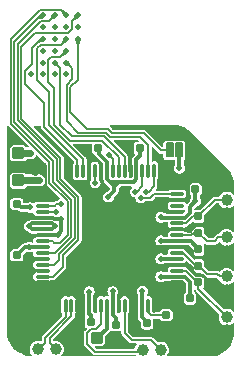
<source format=gbr>
%TF.GenerationSoftware,KiCad,Pcbnew,8.99.0-344-gfbc433deaa*%
%TF.CreationDate,2024-03-17T11:59:04-04:00*%
%TF.ProjectId,AVEFlex,41564546-6c65-4782-9e6b-696361645f70,rev?*%
%TF.SameCoordinates,Original*%
%TF.FileFunction,Copper,L1,Top*%
%TF.FilePolarity,Positive*%
%FSLAX46Y46*%
G04 Gerber Fmt 4.6, Leading zero omitted, Abs format (unit mm)*
G04 Created by KiCad (PCBNEW 8.99.0-344-gfbc433deaa) date 2024-03-17 11:59:04*
%MOMM*%
%LPD*%
G01*
G04 APERTURE LIST*
G04 Aperture macros list*
%AMRoundRect*
0 Rectangle with rounded corners*
0 $1 Rounding radius*
0 $2 $3 $4 $5 $6 $7 $8 $9 X,Y pos of 4 corners*
0 Add a 4 corners polygon primitive as box body*
4,1,4,$2,$3,$4,$5,$6,$7,$8,$9,$2,$3,0*
0 Add four circle primitives for the rounded corners*
1,1,$1+$1,$2,$3*
1,1,$1+$1,$4,$5*
1,1,$1+$1,$6,$7*
1,1,$1+$1,$8,$9*
0 Add four rect primitives between the rounded corners*
20,1,$1+$1,$2,$3,$4,$5,0*
20,1,$1+$1,$4,$5,$6,$7,0*
20,1,$1+$1,$6,$7,$8,$9,0*
20,1,$1+$1,$8,$9,$2,$3,0*%
G04 Aperture macros list end*
%TA.AperFunction,SMDPad,CuDef*%
%ADD10RoundRect,0.150000X-0.350000X-0.350000X0.350000X-0.350000X0.350000X0.350000X-0.350000X0.350000X0*%
%TD*%
%TA.AperFunction,SMDPad,CuDef*%
%ADD11RoundRect,0.101600X-0.248400X0.198400X-0.248400X-0.198400X0.248400X-0.198400X0.248400X0.198400X0*%
%TD*%
%TA.AperFunction,SMDPad,CuDef*%
%ADD12RoundRect,0.500000X-0.000010X-0.000010X0.000010X-0.000010X0.000010X0.000010X-0.000010X0.000010X0*%
%TD*%
%TA.AperFunction,SMDPad,CuDef*%
%ADD13RoundRect,0.101600X0.198400X0.248400X-0.198400X0.248400X-0.198400X-0.248400X0.198400X-0.248400X0*%
%TD*%
%TA.AperFunction,SMDPad,CuDef*%
%ADD14RoundRect,0.500000X-0.000014X0.000000X0.000000X-0.000014X0.000014X0.000000X0.000000X0.000014X0*%
%TD*%
%TA.AperFunction,SMDPad,CuDef*%
%ADD15RoundRect,0.101600X0.248400X-0.198400X0.248400X0.198400X-0.248400X0.198400X-0.248400X-0.198400X0*%
%TD*%
%TA.AperFunction,SMDPad,CuDef*%
%ADD16RoundRect,0.101600X-0.215900X-0.533400X0.215900X-0.533400X0.215900X0.533400X-0.215900X0.533400X0*%
%TD*%
%TA.AperFunction,SMDPad,CuDef*%
%ADD17RoundRect,0.101600X-0.048400X0.498400X-0.048400X-0.498400X0.048400X-0.498400X0.048400X0.498400X0*%
%TD*%
%TA.AperFunction,SMDPad,CuDef*%
%ADD18RoundRect,0.101600X-0.498400X0.048400X-0.498400X-0.048400X0.498400X-0.048400X0.498400X0.048400X0*%
%TD*%
%TA.AperFunction,SMDPad,CuDef*%
%ADD19RoundRect,0.600000X-1.400000X1.400000X-1.400000X-1.400000X1.400000X-1.400000X1.400000X1.400000X0*%
%TD*%
%TA.AperFunction,SMDPad,CuDef*%
%ADD20RoundRect,0.101600X-0.198400X-0.248400X0.198400X-0.248400X0.198400X0.248400X-0.198400X0.248400X0*%
%TD*%
%TA.AperFunction,SMDPad,CuDef*%
%ADD21RoundRect,0.150000X0.350000X0.350000X-0.350000X0.350000X-0.350000X-0.350000X0.350000X-0.350000X0*%
%TD*%
%TA.AperFunction,ViaPad*%
%ADD22C,0.508000*%
%TD*%
%TA.AperFunction,Conductor*%
%ADD23C,0.254000*%
%TD*%
%TA.AperFunction,Conductor*%
%ADD24C,0.203200*%
%TD*%
%TA.AperFunction,Conductor*%
%ADD25C,0.304800*%
%TD*%
%TA.AperFunction,Conductor*%
%ADD26C,0.152400*%
%TD*%
%TA.AperFunction,Conductor*%
%ADD27C,1.016000*%
%TD*%
%TA.AperFunction,Conductor*%
%ADD28C,0.609600*%
%TD*%
G04 APERTURE END LIST*
D10*
%TO.P,TP21,TP,TP*%
%TO.N,+1V8*%
X139865904Y-104818059D03*
%TD*%
D11*
%TO.P,R1,1,1*%
%TO.N,Net-(IC1-IREF)*%
X152370142Y-116212700D03*
%TO.P,R1,2,2*%
%TO.N,GND*%
X152370142Y-117212700D03*
%TD*%
D12*
%TO.P,TP1,TP,TP*%
%TO.N,R{slash}Y*%
X157518904Y-112946059D03*
%TD*%
D10*
%TO.P,TP20,TP,TP*%
%TO.N,+3V3*%
X139865904Y-102532059D03*
%TD*%
D12*
%TO.P,TP4,TP,TP*%
%TO.N,H*%
X141515364Y-119100600D03*
%TD*%
D13*
%TO.P,C2,1,1*%
%TO.N,+1V8*%
X150143358Y-102082597D03*
%TO.P,C2,2,2*%
%TO.N,GND*%
X149143358Y-102082597D03*
%TD*%
D12*
%TO.P,TP2,TP,TP*%
%TO.N,G{slash}PB*%
X157518904Y-109644059D03*
%TD*%
D14*
%TO.P,TP18,TP,TP*%
%TO.N,GND*%
X157518904Y-117518059D03*
%TD*%
D11*
%TO.P,C7,1,1*%
%TO.N,+3V3*%
X148119361Y-117076603D03*
%TO.P,C7,2,2*%
%TO.N,GND*%
X148119361Y-118076603D03*
%TD*%
D15*
%TO.P,C11,1,1*%
%TO.N,+3V3*%
X154851904Y-105572059D03*
%TO.P,C11,2,2*%
%TO.N,GND*%
X154851904Y-104572059D03*
%TD*%
D16*
%TO.P,JP1,1,1*%
%TO.N,MODE*%
X152667504Y-102278059D03*
%TO.P,JP1,2,2*%
%TO.N,+3V3*%
X153480304Y-102278059D03*
%TD*%
D12*
%TO.P,TP8,TP,TP*%
%TO.N,LEFT*%
X151930904Y-119169059D03*
%TD*%
%TO.P,TP16,TP,TP*%
%TO.N,GND*%
X153454904Y-119169059D03*
%TD*%
D13*
%TO.P,C9,1,1*%
%TO.N,+3V3*%
X154409564Y-114792641D03*
%TO.P,C9,2,2*%
%TO.N,GND*%
X153409564Y-114792641D03*
%TD*%
D12*
%TO.P,TP3,TP,TP*%
%TO.N,B{slash}PR*%
X157518904Y-106469059D03*
%TD*%
D17*
%TO.P,IC1,1,YUV1*%
%TO.N,VD1*%
X151361358Y-104002603D03*
%TO.P,IC1,2,YUV2*%
%TO.N,VD2*%
X150861358Y-104002603D03*
%TO.P,IC1,3,YUV3*%
%TO.N,VD3*%
X150361358Y-104002603D03*
%TO.P,IC1,4,DVDDIO*%
%TO.N,+1V8*%
X149861358Y-104002603D03*
%TO.P,IC1,5,DGND*%
%TO.N,GND*%
X149361358Y-104002603D03*
%TO.P,IC1,6,YUV4*%
%TO.N,VD4*%
X148861358Y-104002603D03*
%TO.P,IC1,7,YUV5*%
%TO.N,VD5*%
X148361358Y-104002603D03*
%TO.P,IC1,8,VCLK*%
%TO.N,54MHZ*%
X147861358Y-104002603D03*
%TO.P,IC1,9,DVDD*%
%TO.N,+1V8*%
X147361358Y-104002603D03*
%TO.P,IC1,10,DGND*%
%TO.N,GND*%
X146861358Y-104002603D03*
%TO.P,IC1,11,DSYNC*%
%TO.N,CSEL*%
X146361358Y-104002603D03*
%TO.P,IC1,12,TM1*%
%TO.N,GND*%
X145861358Y-104002603D03*
%TO.P,IC1,13,YUV6*%
%TO.N,VD6*%
X145361358Y-104002603D03*
%TO.P,IC1,14,YUV7*%
%TO.N,VD7*%
X144861358Y-104002603D03*
%TO.P,IC1,15,TM2*%
%TO.N,GND*%
X144361358Y-104002603D03*
%TO.P,IC1,16,T1*%
X143861358Y-104002603D03*
D18*
%TO.P,IC1,17,T2*%
X141911358Y-105952603D03*
%TO.P,IC1,18,TM3*%
X141911358Y-106452603D03*
%TO.P,IC1,19,SDA*%
%TO.N,SDA*%
X141911358Y-106952603D03*
%TO.P,IC1,20,SCL*%
%TO.N,SCL*%
X141911358Y-107452603D03*
%TO.P,IC1,21,TM4*%
%TO.N,GND*%
X141911358Y-107952603D03*
%TO.P,IC1,22,~{RESET}*%
%TO.N,+1V8*%
X141911358Y-108452603D03*
%TO.P,IC1,23,DVDD*%
X141911358Y-108952603D03*
%TO.P,IC1,24,DGND*%
%TO.N,GND*%
X141911358Y-109452603D03*
%TO.P,IC1,25,SSYSCLK*%
%TO.N,M*%
X141911358Y-109952603D03*
%TO.P,IC1,26,DVDDIO*%
%TO.N,+1V8*%
X141911358Y-110452603D03*
%TO.P,IC1,27,LRCLK*%
%TO.N,W*%
X141911358Y-110952603D03*
%TO.P,IC1,28,TM5*%
%TO.N,GND*%
X141911358Y-111452603D03*
%TO.P,IC1,29,SDATA*%
%TO.N,D*%
X141911358Y-111952603D03*
%TO.P,IC1,30,TM6*%
%TO.N,GND*%
X141911358Y-112452603D03*
%TO.P,IC1,31,BCLK*%
%TO.N,C*%
X141911358Y-112952603D03*
%TO.P,IC1,32,T3*%
%TO.N,GND*%
X141911358Y-113452603D03*
D17*
%TO.P,IC1,33,HSYNC*%
%TO.N,H*%
X143861358Y-115402603D03*
%TO.P,IC1,34,VSYNC*%
%TO.N,V*%
X144361358Y-115402603D03*
%TO.P,IC1,35,TM7*%
%TO.N,GND*%
X144861358Y-115402603D03*
%TO.P,IC1,36,TM8*%
X145361358Y-115402603D03*
%TO.P,IC1,37,VVDD*%
%TO.N,+3V3*%
X145861358Y-115402603D03*
%TO.P,IC1,38,VGND*%
%TO.N,GND*%
X146361358Y-115402603D03*
%TO.P,IC1,39,ROUT*%
%TO.N,RIGHT*%
X146861358Y-115402603D03*
%TO.P,IC1,40,SVCOM*%
%TO.N,Net-(IC1-SVCOM)*%
X147361358Y-115402603D03*
%TO.P,IC1,41,SVDD*%
%TO.N,+3V3*%
X147861358Y-115402603D03*
%TO.P,IC1,42,SGND*%
%TO.N,GND*%
X148361358Y-115402603D03*
%TO.P,IC1,43,LOUT*%
%TO.N,LEFT*%
X148861358Y-115402603D03*
%TO.P,IC1,44,TM9*%
%TO.N,GND*%
X149361358Y-115402603D03*
%TO.P,IC1,45,TM10*%
X149861358Y-115402603D03*
%TO.P,IC1,46,VVDD*%
%TO.N,+3V3*%
X150361358Y-115402603D03*
%TO.P,IC1,47,IREF*%
%TO.N,Net-(IC1-IREF)*%
X150861358Y-115402603D03*
%TO.P,IC1,48,VGND*%
%TO.N,GND*%
X151361358Y-115402603D03*
D18*
%TO.P,IC1,49,VGND*%
X153311358Y-113452603D03*
%TO.P,IC1,50,VVDD*%
%TO.N,+3V3*%
X153311358Y-112952603D03*
%TO.P,IC1,51,VOUT1*%
%TO.N,CVBS*%
X153311358Y-112452603D03*
%TO.P,IC1,52,VGND*%
%TO.N,GND*%
X153311358Y-111952603D03*
%TO.P,IC1,53,VVDD*%
%TO.N,+3V3*%
X153311358Y-111452603D03*
%TO.P,IC1,54,VOUT2*%
%TO.N,R{slash}Y*%
X153311358Y-110952603D03*
%TO.P,IC1,55,VGND*%
%TO.N,GND*%
X153311358Y-110452603D03*
%TO.P,IC1,56,VVDD*%
%TO.N,+3V3*%
X153311358Y-109952603D03*
%TO.P,IC1,57,VOUT3*%
%TO.N,G{slash}PB*%
X153311358Y-109452603D03*
%TO.P,IC1,58,VGND*%
%TO.N,GND*%
X153311358Y-108952603D03*
%TO.P,IC1,59,VOUT4*%
%TO.N,B{slash}PR*%
X153311358Y-108452603D03*
%TO.P,IC1,60,VVDD*%
%TO.N,+3V3*%
X153311358Y-107952603D03*
%TO.P,IC1,61,T0*%
%TO.N,GND*%
X153311358Y-107452603D03*
%TO.P,IC1,62,IPID*%
%TO.N,unconnected-(IC1-IPID-Pad62)*%
X153311358Y-106952603D03*
%TO.P,IC1,63,TM0*%
%TO.N,GND*%
X153311358Y-106452603D03*
%TO.P,IC1,64,YUV0*%
%TO.N,VD0*%
X153311358Y-105952603D03*
D19*
%TO.P,IC1,P$1,EP*%
%TO.N,GND*%
X147611358Y-109702603D03*
%TD*%
D12*
%TO.P,TP12,TP,TP*%
%TO.N,GND*%
X157518904Y-110787059D03*
%TD*%
D13*
%TO.P,C8,1,1*%
%TO.N,+3V3*%
X150772167Y-116881513D03*
%TO.P,C8,2,2*%
%TO.N,GND*%
X149772167Y-116881513D03*
%TD*%
D12*
%TO.P,TP13,TP,TP*%
%TO.N,GND*%
X157518904Y-107612059D03*
%TD*%
D11*
%TO.P,C5,1,1*%
%TO.N,+1V8*%
X139739898Y-111163481D03*
%TO.P,C5,2,2*%
%TO.N,GND*%
X139739898Y-112163481D03*
%TD*%
D20*
%TO.P,R4,1,1*%
%TO.N,G{slash}PB*%
X155113904Y-109263059D03*
%TO.P,R4,2,2*%
%TO.N,GND*%
X156113904Y-109263059D03*
%TD*%
D13*
%TO.P,C3,1,1*%
%TO.N,+1V8*%
X146587361Y-102082603D03*
%TO.P,C3,2,2*%
%TO.N,GND*%
X145587361Y-102082603D03*
%TD*%
D21*
%TO.P,C1,1,1*%
%TO.N,Net-(IC1-SVCOM)*%
X146505558Y-118135403D03*
%TO.P,C1,2,2*%
%TO.N,GND*%
X144805558Y-118135403D03*
%TD*%
D10*
%TO.P,TP22,TP,TP*%
%TO.N,GND*%
X139865904Y-103675059D03*
%TD*%
D12*
%TO.P,TP7,TP,TP*%
%TO.N,RIGHT*%
X150406904Y-119169059D03*
%TD*%
D20*
%TO.P,R2,1,1*%
%TO.N,CVBS*%
X155113904Y-113454059D03*
%TO.P,R2,2,2*%
%TO.N,GND*%
X156113904Y-113454059D03*
%TD*%
%TO.P,C10,1,1*%
%TO.N,+3V3*%
X155113904Y-110660059D03*
%TO.P,C10,2,2*%
%TO.N,GND*%
X156113904Y-110660059D03*
%TD*%
%TO.P,R3,1,1*%
%TO.N,R{slash}Y*%
X155113904Y-112057059D03*
%TO.P,R3,2,2*%
%TO.N,GND*%
X156113904Y-112057059D03*
%TD*%
D11*
%TO.P,C4,1,1*%
%TO.N,+1V8*%
X139740448Y-106799519D03*
%TO.P,C4,2,2*%
%TO.N,GND*%
X139740448Y-107799519D03*
%TD*%
D12*
%TO.P,TP6,TP,TP*%
%TO.N,CVBS*%
X157518904Y-116375059D03*
%TD*%
D20*
%TO.P,R5,1,1*%
%TO.N,B{slash}PR*%
X155113904Y-107866059D03*
%TO.P,R5,2,2*%
%TO.N,GND*%
X156113904Y-107866059D03*
%TD*%
D13*
%TO.P,C6,1,1*%
%TO.N,+3V3*%
X145977758Y-116763800D03*
%TO.P,C6,2,2*%
%TO.N,GND*%
X144977758Y-116763800D03*
%TD*%
D12*
%TO.P,TP5,TP,TP*%
%TO.N,V*%
X143039361Y-119100597D03*
%TD*%
%TO.P,TP15,TP,TP*%
%TO.N,GND*%
X139803401Y-117802656D03*
%TD*%
%TO.P,TP11,TP,TP*%
%TO.N,GND*%
X157518904Y-114089059D03*
%TD*%
D22*
%TO.N,*%
X141931358Y-91830600D03*
X144931361Y-91830600D03*
X141931358Y-95830603D03*
X142931358Y-91830600D03*
%TO.N,GND*%
X150531364Y-117733959D03*
X140475764Y-112971200D03*
X156574636Y-111369222D03*
X156604504Y-108551859D03*
X140737126Y-116959256D03*
X141290845Y-103296600D03*
X147611358Y-108559600D03*
X145166886Y-105338763D03*
X151245104Y-112572678D03*
X144293126Y-117213256D03*
X147611358Y-109702603D03*
X151250183Y-110154600D03*
X147480823Y-118706778D03*
X143180604Y-109428159D03*
X148466342Y-101670997D03*
X147611361Y-110845603D03*
X139398545Y-101274759D03*
X140800883Y-111398938D03*
X147267467Y-113558197D03*
X152891023Y-114078900D03*
X139479826Y-108706797D03*
X143931358Y-95830597D03*
X149103886Y-113545497D03*
X152311904Y-104310059D03*
X152189986Y-115282856D03*
X143475242Y-108046400D03*
X140836186Y-106215059D03*
X145095767Y-119230016D03*
X143970545Y-102994341D03*
X148905764Y-118683919D03*
X147155704Y-105427659D03*
X141290845Y-104058600D03*
X154305804Y-110649900D03*
X140782845Y-103677600D03*
X154305804Y-108922700D03*
X146468358Y-109702603D03*
X155838036Y-104511222D03*
X156955023Y-118396900D03*
X154978904Y-102405059D03*
X148754361Y-109702603D03*
X154336286Y-112112941D03*
X156498436Y-114290222D03*
X152720845Y-118295300D03*
X151938526Y-106949119D03*
%TO.N,+3V3*%
X151930904Y-107942259D03*
X151930904Y-111447459D03*
X151925823Y-109915841D03*
X140881904Y-102532059D03*
X153493004Y-103769041D03*
X150361186Y-114210981D03*
X147866904Y-114216059D03*
X145862845Y-114221141D03*
X154851904Y-106588059D03*
X151928364Y-112953678D03*
%TO.N,+1V8*%
X140858958Y-107104059D03*
X140793004Y-108701719D03*
X142964704Y-108686478D03*
X147485904Y-106215059D03*
X141643904Y-104818059D03*
X140790464Y-110454319D03*
%TO.N,C*%
X144931361Y-90830603D03*
%TO.N,VD0*%
X140931358Y-95830600D03*
X150243861Y-106308097D03*
%TO.N,VD1*%
X142931358Y-95830597D03*
X150659361Y-105765597D03*
%TO.N,VD2*%
X143931358Y-94830600D03*
%TO.N,VD3*%
X149770358Y-105765600D03*
X141931361Y-94830600D03*
%TO.N,VD4*%
X142931361Y-94830600D03*
%TO.N,VD5*%
X143931358Y-93830603D03*
%TO.N,VD6*%
X143931358Y-92830600D03*
%TO.N,VD7*%
X141931358Y-92830600D03*
%TO.N,CSEL*%
X146364223Y-105003603D03*
X142931358Y-93830600D03*
%TO.N,54MHZ*%
X147524108Y-102677850D03*
X141931361Y-93830603D03*
%TO.N,D*%
X142931358Y-90830603D03*
%TO.N,W*%
X141931358Y-90830603D03*
%TO.N,M*%
X143931358Y-90830597D03*
%TO.N,SDA*%
X143496558Y-106824778D03*
X142931358Y-92830600D03*
%TO.N,SCL*%
X143062604Y-107451778D03*
X143931358Y-91830600D03*
%TO.N,MODE*%
X144931358Y-92830603D03*
%TD*%
D23*
%TO.N,GND*%
X154044764Y-108958841D02*
X154138164Y-109052241D01*
D24*
X146586936Y-103050028D02*
X146198111Y-102661203D01*
X142177304Y-104431981D02*
X142177304Y-105277797D01*
D23*
X154034026Y-108952603D02*
X154042223Y-108952603D01*
X154434770Y-108551859D02*
X154034026Y-108952603D01*
X154175948Y-111952603D02*
X154336286Y-112112941D01*
X154676645Y-108551859D02*
X154874767Y-108551859D01*
X153311358Y-110452603D02*
X154225348Y-110452603D01*
D25*
X144361358Y-103385153D02*
X143970545Y-102994341D01*
D23*
X154051489Y-111952603D02*
X154351208Y-111952603D01*
D25*
X142898629Y-108050437D02*
X142902666Y-108046400D01*
D23*
X154374386Y-109052241D02*
X154667754Y-108758872D01*
D24*
X145861358Y-103429319D02*
X146116670Y-103174006D01*
D25*
X149143358Y-102494866D02*
X149143358Y-102082597D01*
D24*
X142177304Y-104431981D02*
X142177304Y-103525200D01*
D25*
X152442011Y-107452603D02*
X151938526Y-106949119D01*
X145587361Y-102151059D02*
X145587358Y-102481763D01*
D26*
X146861358Y-103324450D02*
X146586936Y-103050028D01*
D23*
X154506464Y-108859200D02*
X154667754Y-108697909D01*
D24*
X146861358Y-103324450D02*
X146703967Y-103167059D01*
D23*
X154542026Y-112145963D02*
X154509004Y-112112941D01*
D25*
X149356276Y-102707788D02*
X149356276Y-103997522D01*
X142902666Y-108046400D02*
X143475242Y-108046400D01*
D23*
X154135626Y-108859200D02*
X154506464Y-108859200D01*
D25*
X147096083Y-105368038D02*
X146866183Y-104713938D01*
D23*
X154667754Y-108758872D02*
X154235954Y-108758872D01*
D26*
X146322967Y-102786059D02*
X145861358Y-102786059D01*
D25*
X143505723Y-108076881D02*
X143505723Y-109103041D01*
D23*
X154540754Y-112441869D02*
X154897626Y-112798741D01*
X154305804Y-110456863D02*
X153767323Y-110456856D01*
X154051489Y-111952603D02*
X154540754Y-112441869D01*
D25*
X154030161Y-106452603D02*
X154216904Y-106265859D01*
X142800795Y-107952603D02*
X142898629Y-108050437D01*
D27*
X139865904Y-103675059D02*
X139441726Y-103675059D01*
D24*
X146813617Y-103954863D02*
X146813617Y-103381578D01*
D23*
X154351208Y-111952603D02*
X154524245Y-112125641D01*
D25*
X143156161Y-109452603D02*
X143180604Y-109428159D01*
D24*
X146342904Y-103167059D02*
X146320045Y-103167059D01*
D25*
X148119361Y-118076603D02*
X148300908Y-118076603D01*
D24*
X146703967Y-103167059D02*
X146342904Y-103167059D01*
X146813617Y-103381578D02*
X146606045Y-103174006D01*
X146192673Y-102661203D02*
X145682529Y-102151059D01*
X146909242Y-103954719D02*
X146909242Y-103372334D01*
X142177304Y-103525200D02*
X141905523Y-103253419D01*
D25*
X153311358Y-106452603D02*
X154030161Y-106452603D01*
X153311358Y-106452603D02*
X152435042Y-106452603D01*
D23*
X154540754Y-112317409D02*
X154540754Y-112441869D01*
X155306564Y-108556941D02*
X154978904Y-108556941D01*
D25*
X140388642Y-107799519D02*
X139740448Y-107799519D01*
X145861358Y-102786059D02*
X145861358Y-103167059D01*
D28*
X140782845Y-103677600D02*
X141290845Y-103296600D01*
D23*
X154788404Y-111333159D02*
X155486904Y-111333159D01*
D25*
X143180604Y-109428159D02*
X143505723Y-109103041D01*
X145861358Y-103167059D02*
X145861358Y-104002603D01*
X154216904Y-105709600D02*
X154216904Y-105207059D01*
D23*
X154108508Y-110452603D02*
X154305804Y-110649900D01*
X154354061Y-110649900D02*
X154421373Y-110582588D01*
D24*
X146198111Y-102661203D02*
X146192673Y-102661203D01*
D25*
X140836186Y-106215059D02*
X141073729Y-106452603D01*
D24*
X145682529Y-102151059D02*
X145587361Y-102151059D01*
D25*
X147681361Y-109702603D02*
X147611358Y-109702603D01*
X145587358Y-102481763D02*
X145861358Y-102755763D01*
X141911358Y-105952603D02*
X141098642Y-105952603D01*
D23*
X153311358Y-110452603D02*
X153907848Y-110452603D01*
X154547104Y-110708319D02*
X154421373Y-110582588D01*
D24*
X142177304Y-104431981D02*
X141803923Y-104058600D01*
D25*
X153311358Y-107452603D02*
X152442011Y-107452603D01*
D23*
X154336286Y-112112941D02*
X154540754Y-112317409D01*
D25*
X141911358Y-109452603D02*
X143156161Y-109452603D01*
D23*
X154874767Y-108551859D02*
X154983986Y-108551859D01*
D25*
X147155704Y-105427659D02*
X147155704Y-105312522D01*
D28*
X139865904Y-103675059D02*
X139868445Y-103677600D01*
D23*
X153907848Y-110452603D02*
X154547104Y-111091859D01*
D25*
X140541726Y-107952603D02*
X140388642Y-107799519D01*
D23*
X154305804Y-108922700D02*
X154676645Y-108551859D01*
X154421373Y-110582588D02*
X154326123Y-110487338D01*
D24*
X146349851Y-103174006D02*
X146342904Y-103167059D01*
X146861358Y-104002603D02*
X146813617Y-103954863D01*
D25*
X144361358Y-104002603D02*
X144361358Y-103385153D01*
X151548186Y-110452603D02*
X151250183Y-110154600D01*
X145861358Y-102755763D02*
X145861358Y-102786059D01*
D23*
X154135626Y-108859200D02*
X154044764Y-108950063D01*
D28*
X140782845Y-103677600D02*
X139868445Y-103677600D01*
D23*
X154044764Y-108950063D02*
X154042223Y-108952603D01*
X154547104Y-111091859D02*
X154610604Y-111155359D01*
X154138164Y-109052241D02*
X154374386Y-109052241D01*
D24*
X146320045Y-103167059D02*
X145861358Y-103167059D01*
D28*
X141290845Y-103296600D02*
X141290845Y-104058600D01*
D23*
X154044764Y-108950063D02*
X154044764Y-108958841D01*
D25*
X153311358Y-110452603D02*
X151548186Y-110452603D01*
X148905764Y-118683919D02*
X148300908Y-118076603D01*
D23*
X153311358Y-111952603D02*
X154051489Y-111952603D01*
X154983986Y-108551859D02*
X156604504Y-108551859D01*
X154897626Y-112798741D02*
X155423026Y-112798741D01*
D24*
X155486904Y-111333159D02*
X156574636Y-111369222D01*
D25*
X145587361Y-102082603D02*
X145587361Y-102151059D01*
X146866486Y-104007731D02*
X146866183Y-104713938D01*
D23*
X154547104Y-111091859D02*
X154547104Y-110708319D01*
D28*
X141290845Y-104058600D02*
X140782845Y-103677600D01*
D23*
X154542026Y-112145963D02*
X154542026Y-112443138D01*
D24*
X146861358Y-104002603D02*
X146909242Y-103954719D01*
D25*
X145861358Y-104002603D02*
X145861358Y-104768747D01*
D23*
X155486904Y-111333159D02*
X155700264Y-111333159D01*
D24*
X145861358Y-104002603D02*
X145861358Y-103429319D01*
D25*
X143861358Y-103103528D02*
X143970545Y-102994341D01*
D24*
X146313098Y-103174006D02*
X146320045Y-103167059D01*
D25*
X143861358Y-104002603D02*
X143861358Y-103103528D01*
X154216904Y-105207059D02*
X154851904Y-104572059D01*
D23*
X154667754Y-108697909D02*
X154808723Y-108556941D01*
X154336286Y-112112941D02*
X154509004Y-112112941D01*
D24*
X146909242Y-103372334D02*
X146861358Y-103324450D01*
X141290845Y-104058600D02*
X141803923Y-104058600D01*
D23*
X153311358Y-111952603D02*
X154175948Y-111952603D01*
D25*
X147155704Y-105427659D02*
X147096083Y-105368038D01*
D23*
X154667754Y-108697909D02*
X154667754Y-108758872D01*
D27*
X139865904Y-103675059D02*
X140782845Y-103675059D01*
D25*
X143505723Y-108076881D02*
X143475242Y-108046400D01*
D23*
X154235954Y-108758872D02*
X154135626Y-108859200D01*
D25*
X152435042Y-106452603D02*
X151938526Y-106949119D01*
D24*
X146606045Y-103174006D02*
X146349851Y-103174006D01*
D23*
X153311358Y-108952603D02*
X154034026Y-108952603D01*
X154667754Y-108758872D02*
X154874767Y-108551859D01*
D25*
X141098642Y-105952603D02*
X140836186Y-106215059D01*
D24*
X146116670Y-103174006D02*
X146313098Y-103174006D01*
X146861358Y-104002603D02*
X146861358Y-103324450D01*
D25*
X154216904Y-106265859D02*
X154216904Y-105709600D01*
D23*
X156078345Y-113454059D02*
X156113904Y-113454059D01*
D27*
X140782845Y-103675059D02*
X140782845Y-103677600D01*
D25*
X149356276Y-102707788D02*
X149143358Y-102494866D01*
X141911358Y-107952603D02*
X142800795Y-107952603D01*
D23*
X154978904Y-108556941D02*
X154983986Y-108551859D01*
X154630926Y-111175681D02*
X154788404Y-111333159D01*
D25*
X141911358Y-107952603D02*
X140541726Y-107952603D01*
D23*
X154305804Y-110649900D02*
X154305804Y-110456863D01*
X154305804Y-110649900D02*
X154354061Y-110649900D01*
X154808723Y-108556941D02*
X154978904Y-108556941D01*
D25*
X146866486Y-104007731D02*
X146861358Y-104002603D01*
X149361358Y-104002603D02*
X149356276Y-103997522D01*
X141073729Y-106452603D02*
X141911358Y-106452603D01*
D23*
X153311358Y-110452603D02*
X154108508Y-110452603D01*
D24*
X146703967Y-103167059D02*
X146586936Y-103050028D01*
D25*
X145861358Y-104768747D02*
X145636786Y-104993319D01*
D23*
X154676645Y-108551859D02*
X154434770Y-108551859D01*
X156078345Y-113454059D02*
X155423026Y-112798741D01*
D25*
%TO.N,+3V3*%
X154420104Y-114782100D02*
X154409564Y-114792641D01*
X153480304Y-102278059D02*
X153493004Y-102290759D01*
X153310283Y-112953678D02*
X151928364Y-112953678D01*
X147861358Y-114221606D02*
X147866904Y-114216059D01*
X153311358Y-109952603D02*
X151962586Y-109952603D01*
X145861358Y-114222628D02*
X145862845Y-114221141D01*
X145861358Y-115402603D02*
X145861358Y-116119572D01*
X153311358Y-107952603D02*
X151941248Y-107952603D01*
X153984686Y-112952603D02*
X154420104Y-113388022D01*
X155113904Y-110660059D02*
X155113904Y-110578609D01*
X154851904Y-106588059D02*
X154369304Y-107070659D01*
X150772167Y-116807850D02*
X150772167Y-116881513D01*
X154851904Y-105572059D02*
X154851904Y-106588059D01*
X148119361Y-116449222D02*
X147861361Y-116191213D01*
X151936048Y-111452603D02*
X151930904Y-111447459D01*
X151941248Y-107952603D02*
X151930904Y-107942259D01*
X148119361Y-116449222D02*
X148119361Y-117076603D01*
X145977758Y-116235972D02*
X145977758Y-116763800D01*
X151962586Y-109952603D02*
X151925823Y-109915841D01*
X153311358Y-109952603D02*
X154487895Y-109952603D01*
X150361358Y-115402603D02*
X150361358Y-114211153D01*
X150772167Y-116807850D02*
X150361358Y-116397041D01*
X150361358Y-115402603D02*
X150361358Y-116397041D01*
X147861358Y-115402603D02*
X147861358Y-114221606D01*
X154420104Y-113388022D02*
X154420104Y-114782100D01*
X147861358Y-115402603D02*
X147861361Y-116191213D01*
X153311358Y-112952603D02*
X153984686Y-112952603D01*
X155113904Y-110578609D02*
X154487895Y-109952603D01*
X153311358Y-111452603D02*
X151936048Y-111452603D01*
X145861358Y-115402603D02*
X145861358Y-114222628D01*
X145861358Y-116119572D02*
X145977758Y-116235972D01*
X153311358Y-112952603D02*
X153310283Y-112953678D01*
D28*
X139865904Y-102532059D02*
X140881904Y-102532059D01*
D25*
X153311358Y-107952603D02*
X153951073Y-107952603D01*
X150361358Y-114211153D02*
X150361186Y-114210981D01*
X154369304Y-107070659D02*
X154369304Y-107576100D01*
X153493004Y-102290759D02*
X153493004Y-103769041D01*
X153951073Y-107952603D02*
X154369304Y-107576100D01*
%TO.N,+1V8*%
X140109658Y-107104059D02*
X139805117Y-106799519D01*
X149624695Y-104965266D02*
X149861358Y-104728603D01*
X149861358Y-104002603D02*
X149861358Y-104728603D01*
X142730829Y-108452603D02*
X142964704Y-108686478D01*
X141042120Y-108452603D02*
X140793004Y-108701719D01*
X149861358Y-104002603D02*
X149861358Y-103040619D01*
X141911358Y-108952603D02*
X142698579Y-108952603D01*
X141911358Y-108452603D02*
X141042120Y-108452603D01*
X150151361Y-102090600D02*
X150143358Y-102082597D01*
X147361358Y-104002603D02*
X147361358Y-104690975D01*
X148014111Y-105326059D02*
X148374904Y-104965266D01*
X141911358Y-108452603D02*
X142730829Y-108452603D01*
X141043889Y-108952603D02*
X140793004Y-108701719D01*
X142698579Y-108952603D02*
X142964704Y-108686478D01*
X147993904Y-105707059D02*
X147485904Y-106215059D01*
X147361358Y-103275828D02*
X147361358Y-104002603D01*
X147993904Y-105326059D02*
X148014111Y-105326059D01*
X140449208Y-110454319D02*
X139740048Y-111163481D01*
X141911358Y-108952603D02*
X141043889Y-108952603D01*
D26*
X141910533Y-110451778D02*
X141911358Y-110452603D01*
D25*
X139740448Y-106799519D02*
X139805117Y-106799519D01*
X148374904Y-104965266D02*
X147635648Y-104965266D01*
X147993904Y-105326059D02*
X147993904Y-105707059D01*
X140790464Y-110454319D02*
X140449208Y-110454319D01*
X139740048Y-111163481D02*
X139739898Y-111163481D01*
X141911358Y-110452603D02*
X140867489Y-110452603D01*
X147635648Y-104967803D02*
X147993904Y-105326059D01*
X146666101Y-102161344D02*
X146666101Y-102580572D01*
X149861358Y-103040619D02*
X150151354Y-102750622D01*
X150151354Y-102750622D02*
X150151361Y-102090600D01*
X140109658Y-107104059D02*
X140858958Y-107104059D01*
X149624695Y-104965266D02*
X148374904Y-104965266D01*
X140867489Y-110452603D02*
X140828117Y-110491972D01*
D28*
X139865904Y-104818059D02*
X141643904Y-104818059D01*
D25*
X146587361Y-102082603D02*
X146666101Y-102161344D01*
X147635648Y-104965266D02*
X147635648Y-104967803D01*
X140828117Y-110491972D02*
X140790464Y-110454319D01*
X147361358Y-104690975D02*
X147635648Y-104965266D01*
X146666101Y-102580572D02*
X147361358Y-103275828D01*
D26*
%TO.N,C*%
X141911358Y-112952603D02*
X142837358Y-112952600D01*
X141284423Y-92335300D02*
X140118358Y-93501363D01*
X144436358Y-91325600D02*
X144436358Y-92008100D01*
X140118358Y-93501363D02*
X140118358Y-99609513D01*
X144944361Y-106213516D02*
X144944361Y-109833203D01*
X143421904Y-104691059D02*
X144944361Y-106213516D01*
X143612658Y-112177300D02*
X143612658Y-111164900D01*
X140118358Y-99609513D02*
X143421904Y-102913059D01*
X144436358Y-92008100D02*
X144109158Y-92335300D01*
X142837358Y-112952600D02*
X143612658Y-112177300D01*
X143612658Y-111164900D02*
X144944361Y-109833203D01*
X144931361Y-90830603D02*
X144436358Y-91325600D01*
X144109158Y-92335300D02*
X141284423Y-92335300D01*
X143421904Y-102913059D02*
X143421904Y-104691059D01*
%TO.N,VD0*%
X150243861Y-106308097D02*
X151005861Y-106308097D01*
X151005861Y-106308097D02*
X151361361Y-105952603D01*
X153311358Y-105952603D02*
X151361361Y-105952603D01*
%TO.N,VD1*%
X151361358Y-104002603D02*
X151361358Y-105317597D01*
X150913358Y-105765597D02*
X150659361Y-105765597D01*
X151361358Y-105317597D02*
X150913358Y-105765597D01*
%TO.N,VD2*%
X143948676Y-96728284D02*
X144413958Y-96263000D01*
X150148814Y-101137722D02*
X150861358Y-101850259D01*
X144413958Y-96263000D02*
X144413961Y-95313203D01*
X147665751Y-101137719D02*
X150148814Y-101137722D01*
X147289833Y-100761803D02*
X147665751Y-101137719D01*
X144941817Y-100761803D02*
X147289833Y-100761803D01*
X150861358Y-101850259D02*
X150861358Y-104002603D01*
X143948676Y-99768663D02*
X144941817Y-100761803D01*
X143948676Y-99768663D02*
X143948676Y-96728284D01*
X144413961Y-95313203D02*
X143931358Y-94830600D01*
%TO.N,VD3*%
X150361361Y-105301603D02*
X149897364Y-105765600D01*
X150361358Y-104002603D02*
X150361361Y-105301603D01*
X149897364Y-105765600D02*
X149770358Y-105765600D01*
%TO.N,VD4*%
X143420358Y-95319600D02*
X142931361Y-94830600D01*
X147094995Y-101066603D02*
X144388095Y-101066600D01*
X143420358Y-100098863D02*
X143420358Y-95319600D01*
X144388095Y-101066600D02*
X143420358Y-100098863D01*
X148861358Y-102832966D02*
X147094995Y-101066603D01*
X148861358Y-104002603D02*
X148861358Y-102832966D01*
%TO.N,VD5*%
X142417058Y-94576897D02*
X142417058Y-96507303D01*
X146983979Y-101447600D02*
X148361358Y-102824981D01*
X148361358Y-104002603D02*
X148361358Y-102824981D01*
X142658358Y-94335597D02*
X142417058Y-94576897D01*
X144256026Y-101447600D02*
X146983979Y-101447600D01*
X142912358Y-100103938D02*
X144256026Y-101447600D01*
X143931358Y-93830603D02*
X143426358Y-94335603D01*
X143426358Y-94335603D02*
X142658358Y-94335597D01*
X142912358Y-97002600D02*
X142912358Y-100103938D01*
X142417058Y-96507303D02*
X142912358Y-97002600D01*
%TO.N,VD6*%
X142447539Y-97299784D02*
X142447539Y-100124263D01*
X141448764Y-93630700D02*
X141759861Y-93319603D01*
X145361358Y-104002603D02*
X145361358Y-103038081D01*
X142447539Y-100124263D02*
X145361358Y-103038081D01*
X143931358Y-92830600D02*
X143442358Y-93319600D01*
X141448764Y-93630700D02*
X141448758Y-96301000D01*
X143442358Y-93319600D02*
X141759861Y-93319603D01*
X141448758Y-96301000D02*
X142447539Y-97299784D01*
%TO.N,VD7*%
X140448758Y-96665500D02*
X140448758Y-95529203D01*
X141007358Y-93601544D02*
X141778301Y-92830600D01*
X141778301Y-92830600D02*
X141931358Y-92830600D01*
X141007361Y-94970603D02*
X141007358Y-93601544D01*
X140448758Y-95529203D02*
X141007361Y-94970603D01*
X142067358Y-100289119D02*
X142067358Y-98284097D01*
X144861358Y-103083119D02*
X142067358Y-100289119D01*
X142067358Y-98284097D02*
X140448758Y-96665500D01*
X144861358Y-104002603D02*
X144861358Y-103083119D01*
%TO.N,CSEL*%
X146364220Y-104005466D02*
X146364223Y-105003603D01*
X146361358Y-104002603D02*
X146364220Y-104005466D01*
%TO.N,54MHZ*%
X147524108Y-102677850D02*
X147861358Y-103015103D01*
X147861358Y-103015103D02*
X147861358Y-104002603D01*
%TO.N,D*%
X142931358Y-90830603D02*
X142448758Y-91313197D01*
X139813558Y-99735769D02*
X139813558Y-93263725D01*
X142448758Y-91313197D02*
X141764079Y-91313197D01*
X144639561Y-106412147D02*
X144639561Y-106339772D01*
X144639558Y-109706944D02*
X144639561Y-106412147D01*
X143293358Y-111571603D02*
X143293358Y-111053144D01*
X143293358Y-111053144D02*
X144639558Y-109706944D01*
X141764079Y-91313197D02*
X139813558Y-93263725D01*
X143117104Y-103039316D02*
X139813558Y-99735769D01*
X143117104Y-104817316D02*
X143117104Y-103039316D01*
X141911358Y-111952603D02*
X142912358Y-111952603D01*
X144639561Y-106339772D02*
X143117104Y-104817316D01*
X142912358Y-111952603D02*
X143293358Y-111571603D01*
%TO.N,W*%
X142786904Y-104918172D02*
X142786904Y-103167059D01*
X139508758Y-99888913D02*
X139508758Y-93117144D01*
X144334758Y-109580684D02*
X142962842Y-110952600D01*
X144334758Y-106466025D02*
X144334758Y-109580684D01*
X142786904Y-103167059D02*
X139508758Y-99888913D01*
X141931358Y-90830603D02*
X141795301Y-90830603D01*
X139508758Y-93117144D02*
X141795301Y-90830603D01*
X142786904Y-104918172D02*
X144334758Y-106466025D01*
X142962842Y-110952600D02*
X141911358Y-110952603D01*
%TO.N,M*%
X142761039Y-109952600D02*
X142892039Y-110083603D01*
X143394961Y-110083603D02*
X144029961Y-109448603D01*
X142892039Y-110083603D02*
X143394961Y-110083603D01*
X142482104Y-103293316D02*
X142482104Y-105044428D01*
X142482104Y-103293316D02*
X139203958Y-100015169D01*
X144029961Y-109448603D02*
X144029958Y-106664659D01*
X144029958Y-106664659D02*
X144029958Y-106592281D01*
X139203958Y-100015169D02*
X139203961Y-92875503D01*
X141731658Y-90347803D02*
X139203961Y-92875503D01*
X141911358Y-109952603D02*
X142761039Y-109952600D01*
X144029958Y-106592281D02*
X142482104Y-105044428D01*
X143448558Y-90347800D02*
X141731658Y-90347803D01*
X143931358Y-90830597D02*
X143448558Y-90347800D01*
%TO.N,SDA*%
X143069733Y-106824778D02*
X143496558Y-106824778D01*
X141911358Y-106952603D02*
X142942395Y-106952600D01*
X143069733Y-106824778D02*
X142942395Y-106952600D01*
%TO.N,SCL*%
X141911358Y-107452603D02*
X143061783Y-107452600D01*
X143061783Y-107452600D02*
X143062604Y-107451778D01*
%TO.N,H*%
X143861358Y-115402603D02*
X143861358Y-116379241D01*
X141578861Y-119100600D02*
X141515364Y-119100600D01*
X142113429Y-118566031D02*
X141578861Y-119100600D01*
X143861358Y-116379241D02*
X142113429Y-118127169D01*
X142113429Y-118127169D02*
X142113429Y-118566031D01*
%TO.N,V*%
X143039361Y-119100597D02*
X142512211Y-118573447D01*
X142512211Y-118573447D02*
X142512211Y-118159444D01*
X144361358Y-116310297D02*
X144361358Y-115402603D01*
X142512211Y-118159444D02*
X144361358Y-116310297D01*
%TO.N,CVBS*%
X155113904Y-113970059D02*
X155113904Y-113454059D01*
X155030086Y-113454059D02*
X154028629Y-112452603D01*
X157518904Y-116375059D02*
X155113904Y-113970059D01*
X157335561Y-116375059D02*
X157518904Y-116375059D01*
X155030086Y-113454059D02*
X155113904Y-113454059D01*
X153311358Y-112452603D02*
X154028629Y-112452603D01*
D25*
%TO.N,Net-(IC1-SVCOM)*%
X147361361Y-117357259D02*
X146505558Y-118135403D01*
X147361358Y-115402603D02*
X147361361Y-117357259D01*
D26*
%TO.N,RIGHT*%
X145715154Y-117692088D02*
X146031423Y-117375819D01*
X146462283Y-117375819D02*
X146861361Y-116976741D01*
X150406904Y-119169059D02*
X150249304Y-119326659D01*
X150249304Y-119326659D02*
X146346426Y-119326659D01*
X146861361Y-116976741D02*
X146861361Y-116545878D01*
X145715151Y-118695384D02*
X146346426Y-119326659D01*
X145715151Y-118695384D02*
X145715154Y-117692088D01*
X146861361Y-116545878D02*
X146861358Y-115402603D01*
X146031423Y-117375819D02*
X146462283Y-117375819D01*
%TO.N,LEFT*%
X151099092Y-118337247D02*
X149471811Y-118337244D01*
X148861358Y-117726791D02*
X148861358Y-115402603D01*
X149471811Y-118337244D02*
X148861358Y-117726791D01*
X151930904Y-119169059D02*
X151099092Y-118337247D01*
D24*
%TO.N,Net-(IC1-IREF)*%
X150860839Y-115403122D02*
X150860839Y-115965206D01*
X152351642Y-116231200D02*
X152370142Y-116212700D01*
X150860839Y-115965206D02*
X151126833Y-116231200D01*
X150861358Y-115402603D02*
X150860839Y-115403122D01*
X152351642Y-116231200D02*
X151126833Y-116231200D01*
D26*
%TO.N,G{slash}PB*%
X157518904Y-109644059D02*
X156810242Y-109644059D01*
X155825104Y-109974259D02*
X156480042Y-109974259D01*
X155113904Y-109263059D02*
X155825104Y-109974259D01*
X156810242Y-109644059D02*
X156480042Y-109974259D01*
X154515039Y-109452603D02*
X154704583Y-109263059D01*
X155113904Y-109263059D02*
X155173404Y-109322559D01*
X154704583Y-109263059D02*
X155029758Y-109263059D01*
X153311358Y-109452603D02*
X154515039Y-109452603D01*
X155029758Y-109263059D02*
G75*
G02*
X155173424Y-109322539I42J-203141D01*
G01*
%TO.N,B{slash}PR*%
X155113904Y-107866059D02*
X155113904Y-107855897D01*
X156500742Y-106469059D02*
X155113904Y-107855897D01*
X154626220Y-107866059D02*
X155113904Y-107866059D01*
X154626220Y-107866059D02*
X154039676Y-108452603D01*
X156500742Y-106469059D02*
X157518904Y-106469059D01*
X153311358Y-108452603D02*
X154039676Y-108452603D01*
%TO.N,R{slash}Y*%
X154935595Y-112057059D02*
X153831139Y-110952606D01*
X155164708Y-112057059D02*
X155113904Y-112057059D01*
X155113904Y-112057059D02*
X154935595Y-112057059D01*
X153311358Y-110952603D02*
X153831139Y-110952606D01*
X157518904Y-112946059D02*
X156904223Y-112946059D01*
X156726423Y-112768259D02*
X155875908Y-112768259D01*
X155875908Y-112768259D02*
X155164708Y-112057059D01*
X156904223Y-112946059D02*
X156726423Y-112768259D01*
%TO.N,MODE*%
X144931358Y-92830603D02*
X144931358Y-96277888D01*
X144931358Y-96277888D02*
X144278883Y-96930363D01*
X151930904Y-102278059D02*
X152667504Y-102278059D01*
X150490636Y-100837791D02*
X151930904Y-102278059D01*
X147796873Y-100837791D02*
X150490636Y-100837791D01*
X144278883Y-99060878D02*
X145675008Y-100457003D01*
X147416086Y-100457003D02*
X147796873Y-100837791D01*
X144278883Y-96930363D02*
X144278883Y-99060878D01*
X145675008Y-100457003D02*
X147416086Y-100457003D01*
%TD*%
%TA.AperFunction,Conductor*%
%TO.N,VD7*%
G36*
X141760070Y-92659408D02*
G01*
X141761307Y-92660474D01*
X141928592Y-92826447D01*
X141932051Y-92834707D01*
X141932051Y-92834785D01*
X141931385Y-93074801D01*
X141927935Y-93083065D01*
X141921707Y-93086293D01*
X141753943Y-93115726D01*
X141751921Y-93115902D01*
X141719343Y-93115902D01*
X141706508Y-93121218D01*
X141695846Y-93125634D01*
X141693391Y-93126348D01*
X141574375Y-93147229D01*
X141565634Y-93145283D01*
X141564080Y-93143978D01*
X141467783Y-93047681D01*
X141464356Y-93039408D01*
X141466684Y-93032404D01*
X141743696Y-92661774D01*
X141751392Y-92657200D01*
X141760070Y-92659408D01*
G37*
%TD.AperFunction*%
%TD*%
%TA.AperFunction,Conductor*%
%TO.N,M*%
G36*
X143633364Y-90420758D02*
G01*
X143885702Y-90532609D01*
X144018160Y-90591322D01*
X144024335Y-90597807D01*
X144024245Y-90606456D01*
X143933922Y-90826773D01*
X143927613Y-90833128D01*
X143927534Y-90833161D01*
X143707217Y-90923484D01*
X143698262Y-90923451D01*
X143692083Y-90917399D01*
X143654743Y-90833161D01*
X143521517Y-90532607D01*
X143521298Y-90523657D01*
X143523939Y-90519597D01*
X143620354Y-90423181D01*
X143628626Y-90419755D01*
X143633364Y-90420758D01*
G37*
%TD.AperFunction*%
%TD*%
%TA.AperFunction,Conductor*%
%TO.N,MODE*%
G36*
X145155531Y-92923414D02*
G01*
X145161839Y-92929768D01*
X145161929Y-92938417D01*
X145010447Y-93331114D01*
X145004272Y-93337599D01*
X144999531Y-93338603D01*
X144863185Y-93338603D01*
X144854912Y-93335176D01*
X144852269Y-93331114D01*
X144700786Y-92938415D01*
X144701006Y-92929465D01*
X144707182Y-92923415D01*
X144926841Y-92831492D01*
X144935796Y-92831460D01*
X145155531Y-92923414D01*
G37*
%TD.AperFunction*%
%TD*%
%TA.AperFunction,Conductor*%
%TO.N,W*%
G36*
X141760077Y-90659473D02*
G01*
X141761519Y-90660689D01*
X141930379Y-90828224D01*
X141932965Y-90832092D01*
X142023240Y-91052291D01*
X142023207Y-91061246D01*
X142016852Y-91067555D01*
X142014840Y-91068175D01*
X141821080Y-91109243D01*
X141818654Y-91109497D01*
X141723557Y-91109497D01*
X141648695Y-91140505D01*
X141644453Y-91144746D01*
X141638607Y-91147917D01*
X141577742Y-91160817D01*
X141568938Y-91159180D01*
X141567043Y-91157644D01*
X141470776Y-91061377D01*
X141467349Y-91053104D01*
X141469526Y-91046308D01*
X141743758Y-90662196D01*
X141751353Y-90657455D01*
X141760077Y-90659473D01*
G37*
%TD.AperFunction*%
%TD*%
%TA.AperFunction,Conductor*%
%TO.N,D*%
G36*
X142707215Y-90737714D02*
G01*
X142927534Y-90828038D01*
X142933889Y-90834347D01*
X142933922Y-90834426D01*
X143024245Y-91054743D01*
X143024212Y-91063698D01*
X143018160Y-91069877D01*
X142633365Y-91240439D01*
X142624413Y-91240659D01*
X142620351Y-91238016D01*
X142523940Y-91141604D01*
X142520513Y-91133331D01*
X142521515Y-91128594D01*
X142692083Y-90743799D01*
X142698568Y-90737625D01*
X142707215Y-90737714D01*
G37*
%TD.AperFunction*%
%TD*%
%TA.AperFunction,Conductor*%
%TO.N,VD4*%
G36*
X143164456Y-94737745D02*
G01*
X143170635Y-94743797D01*
X143341198Y-95128590D01*
X143341418Y-95137542D01*
X143338775Y-95141604D01*
X143242362Y-95238016D01*
X143234089Y-95241443D01*
X143229348Y-95240439D01*
X142844558Y-95069874D01*
X142838383Y-95063389D01*
X142838472Y-95054742D01*
X142928797Y-94834421D01*
X142935104Y-94828068D01*
X143155503Y-94737712D01*
X143164456Y-94737745D01*
G37*
%TD.AperFunction*%
%TD*%
%TA.AperFunction,Conductor*%
%TO.N,GND*%
G36*
X153136110Y-100145065D02*
G01*
X153372320Y-100160544D01*
X153378769Y-100161393D01*
X153609351Y-100207256D01*
X153615636Y-100208940D01*
X153838253Y-100284503D01*
X153844259Y-100286990D01*
X153923303Y-100325969D01*
X154055111Y-100390967D01*
X154060752Y-100394224D01*
X154256227Y-100524830D01*
X154261390Y-100528791D01*
X154358344Y-100613814D01*
X154439036Y-100684576D01*
X154441415Y-100686804D01*
X157585760Y-103831149D01*
X157587997Y-103833539D01*
X157744709Y-104012343D01*
X157748689Y-104017536D01*
X157879695Y-104213969D01*
X157882960Y-104219639D01*
X157987084Y-104431553D01*
X157989577Y-104437601D01*
X158046735Y-104607106D01*
X158065022Y-104661335D01*
X158066701Y-104667659D01*
X158112165Y-104899356D01*
X158113000Y-104905845D01*
X158127823Y-105143540D01*
X158127920Y-105146810D01*
X158127791Y-105184529D01*
X158127921Y-105185700D01*
X158127830Y-105962582D01*
X158113240Y-105997794D01*
X158078024Y-106012376D01*
X158042816Y-105997790D01*
X157956078Y-105911052D01*
X157956076Y-105911050D01*
X157809833Y-105822642D01*
X157809830Y-105822641D01*
X157809828Y-105822640D01*
X157646683Y-105771802D01*
X157611229Y-105768580D01*
X157575777Y-105765359D01*
X157575775Y-105765359D01*
X157462033Y-105765359D01*
X157391125Y-105771802D01*
X157391123Y-105771803D01*
X157227979Y-105822640D01*
X157227975Y-105822642D01*
X157106843Y-105895870D01*
X157081729Y-105911052D01*
X156960897Y-106031884D01*
X156960895Y-106031886D01*
X156960895Y-106031887D01*
X156880349Y-106165124D01*
X156849651Y-106187712D01*
X156837733Y-106189159D01*
X156463892Y-106189159D01*
X156392706Y-106208233D01*
X156392700Y-106208236D01*
X156328880Y-106245082D01*
X155276188Y-107297773D01*
X155240974Y-107312359D01*
X154869927Y-107312359D01*
X154869917Y-107312360D01*
X154844397Y-107315320D01*
X154795319Y-107336990D01*
X154757214Y-107337870D01*
X154729647Y-107311548D01*
X154725404Y-107291433D01*
X154725404Y-107238788D01*
X154739990Y-107203574D01*
X154883219Y-107060345D01*
X154914354Y-107047448D01*
X154914184Y-107046266D01*
X154917703Y-107045759D01*
X154917711Y-107045759D01*
X155043995Y-107008679D01*
X155154716Y-106937523D01*
X155240906Y-106838055D01*
X155295580Y-106718334D01*
X155314311Y-106588059D01*
X155310002Y-106558093D01*
X155298100Y-106475313D01*
X155295580Y-106457784D01*
X155240906Y-106338063D01*
X155220166Y-106314128D01*
X155208004Y-106281517D01*
X155208004Y-106089089D01*
X155222590Y-106053875D01*
X155237687Y-106043533D01*
X155275829Y-106026693D01*
X155356538Y-105945984D01*
X155402642Y-105841568D01*
X155405604Y-105816038D01*
X155405603Y-105328081D01*
X155405426Y-105326559D01*
X155404824Y-105321366D01*
X155402642Y-105302550D01*
X155356538Y-105198134D01*
X155275829Y-105117425D01*
X155275828Y-105117424D01*
X155171417Y-105071322D01*
X155171414Y-105071321D01*
X155171413Y-105071321D01*
X155145883Y-105068359D01*
X154557927Y-105068359D01*
X154557917Y-105068360D01*
X154532397Y-105071320D01*
X154427979Y-105117424D01*
X154347269Y-105198134D01*
X154301167Y-105302545D01*
X154301166Y-105302551D01*
X154298204Y-105328078D01*
X154298204Y-105816035D01*
X154298205Y-105816045D01*
X154301165Y-105841565D01*
X154301165Y-105841567D01*
X154301166Y-105841568D01*
X154311775Y-105865595D01*
X154347269Y-105945983D01*
X154347270Y-105945984D01*
X154427979Y-106026693D01*
X154466119Y-106043533D01*
X154492441Y-106071098D01*
X154495804Y-106089089D01*
X154495804Y-106281517D01*
X154483641Y-106314129D01*
X154462902Y-106338063D01*
X154462901Y-106338063D01*
X154408229Y-106457781D01*
X154408227Y-106457787D01*
X154398773Y-106523540D01*
X154384694Y-106551666D01*
X154160797Y-106775562D01*
X154125583Y-106790148D01*
X154090369Y-106775562D01*
X154080026Y-106760463D01*
X154065992Y-106728678D01*
X153985282Y-106647968D01*
X153880871Y-106601866D01*
X153880868Y-106601865D01*
X153880867Y-106601865D01*
X153855337Y-106598903D01*
X152767381Y-106598903D01*
X152767371Y-106598904D01*
X152741851Y-106601864D01*
X152637433Y-106647968D01*
X152556723Y-106728678D01*
X152510621Y-106833089D01*
X152510620Y-106833095D01*
X152507658Y-106858622D01*
X152507658Y-107046579D01*
X152507659Y-107046589D01*
X152510619Y-107072109D01*
X152556723Y-107176527D01*
X152637433Y-107257237D01*
X152741572Y-107303219D01*
X152741849Y-107303341D01*
X152767379Y-107306303D01*
X153855336Y-107306302D01*
X153880867Y-107303341D01*
X153943289Y-107275778D01*
X153981394Y-107274899D01*
X154008961Y-107301221D01*
X154013204Y-107321336D01*
X154013204Y-107395357D01*
X153998618Y-107430571D01*
X153996723Y-107432369D01*
X153828604Y-107583715D01*
X153795285Y-107596503D01*
X152254108Y-107596503D01*
X152227184Y-107588597D01*
X152123001Y-107521642D01*
X152122997Y-107521640D01*
X152122995Y-107521639D01*
X151996711Y-107484559D01*
X151865097Y-107484559D01*
X151738813Y-107521639D01*
X151738811Y-107521639D01*
X151738806Y-107521642D01*
X151628092Y-107592794D01*
X151628090Y-107592795D01*
X151541905Y-107692258D01*
X151541901Y-107692263D01*
X151487229Y-107811981D01*
X151487227Y-107811988D01*
X151468497Y-107942257D01*
X151468497Y-107942260D01*
X151487227Y-108072529D01*
X151487229Y-108072536D01*
X151541901Y-108192254D01*
X151541905Y-108192259D01*
X151628090Y-108291722D01*
X151628092Y-108291723D01*
X151738806Y-108362875D01*
X151738807Y-108362875D01*
X151738813Y-108362879D01*
X151865097Y-108399959D01*
X151865098Y-108399959D01*
X151996710Y-108399959D01*
X151996711Y-108399959D01*
X152122995Y-108362879D01*
X152194995Y-108316607D01*
X152221917Y-108308703D01*
X152457858Y-108308703D01*
X152493072Y-108323289D01*
X152507658Y-108358503D01*
X152507658Y-108546579D01*
X152507659Y-108546589D01*
X152510619Y-108572109D01*
X152556723Y-108676527D01*
X152556724Y-108676528D01*
X152637433Y-108757237D01*
X152741849Y-108803341D01*
X152767379Y-108806303D01*
X153855336Y-108806302D01*
X153880867Y-108803341D01*
X153985283Y-108757237D01*
X153995431Y-108747089D01*
X154030645Y-108732503D01*
X154076526Y-108732503D01*
X154147713Y-108713428D01*
X154211538Y-108676579D01*
X154593488Y-108294628D01*
X154628701Y-108280043D01*
X154663915Y-108294629D01*
X154739979Y-108370693D01*
X154844395Y-108416797D01*
X154869925Y-108419759D01*
X155357882Y-108419758D01*
X155383413Y-108416797D01*
X155487829Y-108370693D01*
X155568538Y-108289984D01*
X155614642Y-108185568D01*
X155617604Y-108160038D01*
X155617603Y-107768661D01*
X155632188Y-107733449D01*
X156602094Y-106763545D01*
X156637308Y-106748959D01*
X156837733Y-106748959D01*
X156872947Y-106763545D01*
X156880347Y-106772989D01*
X156960895Y-106906231D01*
X157081732Y-107027068D01*
X157227975Y-107115476D01*
X157391127Y-107166316D01*
X157462031Y-107172759D01*
X157575776Y-107172758D01*
X157646681Y-107166316D01*
X157809833Y-107115476D01*
X157956076Y-107027068D01*
X158042699Y-106940444D01*
X158077912Y-106925859D01*
X158113126Y-106940445D01*
X158127712Y-106975659D01*
X158127712Y-106975665D01*
X158127459Y-109137211D01*
X158112869Y-109172423D01*
X158077653Y-109187005D01*
X158042445Y-109172419D01*
X157956078Y-109086052D01*
X157956076Y-109086050D01*
X157809833Y-108997642D01*
X157809830Y-108997641D01*
X157809828Y-108997640D01*
X157646683Y-108946802D01*
X157610838Y-108943545D01*
X157575777Y-108940359D01*
X157575775Y-108940359D01*
X157462033Y-108940359D01*
X157391125Y-108946802D01*
X157391123Y-108946803D01*
X157227979Y-108997640D01*
X157227975Y-108997642D01*
X157139409Y-109051183D01*
X157081729Y-109086052D01*
X156960897Y-109206884D01*
X156960895Y-109206886D01*
X156960895Y-109206887D01*
X156880349Y-109340124D01*
X156849651Y-109362712D01*
X156837733Y-109364159D01*
X156773392Y-109364159D01*
X156702206Y-109383233D01*
X156702199Y-109383236D01*
X156638379Y-109420082D01*
X156378690Y-109679773D01*
X156343476Y-109694359D01*
X155961670Y-109694359D01*
X155926456Y-109679773D01*
X155632189Y-109385506D01*
X155617603Y-109350292D01*
X155617603Y-108969082D01*
X155617602Y-108969072D01*
X155614642Y-108943552D01*
X155614642Y-108943551D01*
X155614642Y-108943550D01*
X155568538Y-108839134D01*
X155487829Y-108758425D01*
X155487828Y-108758424D01*
X155383417Y-108712322D01*
X155383414Y-108712321D01*
X155383413Y-108712321D01*
X155357883Y-108709359D01*
X154869927Y-108709359D01*
X154869917Y-108709360D01*
X154844397Y-108712320D01*
X154739979Y-108758424D01*
X154659269Y-108839134D01*
X154613167Y-108943545D01*
X154613166Y-108943551D01*
X154610038Y-108970510D01*
X154609273Y-108970421D01*
X154593632Y-109002728D01*
X154585426Y-109008653D01*
X154532721Y-109039082D01*
X154413687Y-109158117D01*
X154378473Y-109172703D01*
X154030645Y-109172703D01*
X153995431Y-109158117D01*
X153985282Y-109147968D01*
X153880871Y-109101866D01*
X153880868Y-109101865D01*
X153880867Y-109101865D01*
X153855337Y-109098903D01*
X152767381Y-109098903D01*
X152767371Y-109098904D01*
X152741851Y-109101864D01*
X152637433Y-109147968D01*
X152556723Y-109228678D01*
X152510621Y-109333089D01*
X152510620Y-109333093D01*
X152510620Y-109333094D01*
X152509632Y-109341604D01*
X152507658Y-109358622D01*
X152507658Y-109358623D01*
X152507659Y-109546703D01*
X152493073Y-109581917D01*
X152457859Y-109596503D01*
X152277482Y-109596503D01*
X152242268Y-109581917D01*
X152239845Y-109579314D01*
X152228635Y-109566376D01*
X152117920Y-109495224D01*
X152117916Y-109495222D01*
X152117914Y-109495221D01*
X151991630Y-109458141D01*
X151860016Y-109458141D01*
X151733732Y-109495221D01*
X151733730Y-109495221D01*
X151733725Y-109495224D01*
X151623011Y-109566376D01*
X151623009Y-109566377D01*
X151536824Y-109665840D01*
X151536820Y-109665845D01*
X151482148Y-109785563D01*
X151482146Y-109785570D01*
X151463416Y-109915839D01*
X151463416Y-109915842D01*
X151482146Y-110046111D01*
X151482148Y-110046118D01*
X151536820Y-110165836D01*
X151536824Y-110165841D01*
X151623009Y-110265304D01*
X151623011Y-110265305D01*
X151733725Y-110336457D01*
X151733726Y-110336457D01*
X151733732Y-110336461D01*
X151860016Y-110373541D01*
X151860017Y-110373541D01*
X151991629Y-110373541D01*
X151991630Y-110373541D01*
X152117914Y-110336461D01*
X152148805Y-110316608D01*
X152175728Y-110308703D01*
X153264477Y-110308703D01*
X154319766Y-110308703D01*
X154354980Y-110323289D01*
X154595618Y-110563926D01*
X154610204Y-110599140D01*
X154610204Y-110954035D01*
X154610205Y-110954045D01*
X154613165Y-110979565D01*
X154659269Y-111083983D01*
X154739979Y-111164693D01*
X154766780Y-111176527D01*
X154844395Y-111210797D01*
X154869925Y-111213759D01*
X155357882Y-111213758D01*
X155383413Y-111210797D01*
X155487829Y-111164693D01*
X155568538Y-111083984D01*
X155614642Y-110979568D01*
X155617604Y-110954038D01*
X155617603Y-110366081D01*
X155614642Y-110340550D01*
X155578521Y-110258743D01*
X155577641Y-110220638D01*
X155603963Y-110193071D01*
X155642068Y-110192191D01*
X155650292Y-110196814D01*
X155650415Y-110196603D01*
X155653242Y-110198235D01*
X155717067Y-110235084D01*
X155788254Y-110254159D01*
X156516892Y-110254159D01*
X156588079Y-110235084D01*
X156651904Y-110198235D01*
X156843614Y-110006524D01*
X156878827Y-109991939D01*
X156914041Y-110006525D01*
X156921444Y-110015975D01*
X156960893Y-110081229D01*
X156960895Y-110081231D01*
X157081732Y-110202068D01*
X157227975Y-110290476D01*
X157391127Y-110341316D01*
X157462031Y-110347759D01*
X157575776Y-110347758D01*
X157646681Y-110341316D01*
X157809833Y-110290476D01*
X157956076Y-110202068D01*
X158042328Y-110115815D01*
X158077541Y-110101230D01*
X158112755Y-110115816D01*
X158127341Y-110151030D01*
X158127341Y-110151036D01*
X158127073Y-112438825D01*
X158112483Y-112474037D01*
X158077267Y-112488619D01*
X158042059Y-112474033D01*
X157956078Y-112388052D01*
X157956076Y-112388050D01*
X157809833Y-112299642D01*
X157809830Y-112299641D01*
X157809828Y-112299640D01*
X157646683Y-112248802D01*
X157611229Y-112245580D01*
X157575777Y-112242359D01*
X157575775Y-112242359D01*
X157462033Y-112242359D01*
X157391125Y-112248802D01*
X157391123Y-112248803D01*
X157227979Y-112299640D01*
X157227975Y-112299642D01*
X157100726Y-112376568D01*
X157081729Y-112388052D01*
X156960896Y-112508885D01*
X156954083Y-112520155D01*
X156923381Y-112542743D01*
X156886566Y-112537517D01*
X156834464Y-112507436D01*
X156834461Y-112507435D01*
X156834460Y-112507434D01*
X156834458Y-112507433D01*
X156834457Y-112507433D01*
X156763273Y-112488359D01*
X156012474Y-112488359D01*
X155977260Y-112473773D01*
X155632189Y-112128702D01*
X155617603Y-112093488D01*
X155617603Y-111763082D01*
X155617602Y-111763072D01*
X155614642Y-111737552D01*
X155614642Y-111737550D01*
X155568538Y-111633134D01*
X155487829Y-111552425D01*
X155487828Y-111552424D01*
X155383417Y-111506322D01*
X155383414Y-111506321D01*
X155383413Y-111506321D01*
X155357883Y-111503359D01*
X154869927Y-111503359D01*
X154869917Y-111503360D01*
X154844395Y-111506320D01*
X154831411Y-111512053D01*
X154793305Y-111512932D01*
X154776083Y-111501710D01*
X154122339Y-110847968D01*
X154111997Y-110832871D01*
X154065992Y-110728678D01*
X153985283Y-110647969D01*
X153985282Y-110647968D01*
X153880871Y-110601866D01*
X153880868Y-110601865D01*
X153880867Y-110601865D01*
X153855337Y-110598903D01*
X152767381Y-110598903D01*
X152767371Y-110598904D01*
X152741851Y-110601864D01*
X152637433Y-110647968D01*
X152556723Y-110728678D01*
X152510621Y-110833089D01*
X152510620Y-110833095D01*
X152507658Y-110858622D01*
X152507658Y-110858623D01*
X152507659Y-111046703D01*
X152493073Y-111081917D01*
X152457859Y-111096503D01*
X152246016Y-111096503D01*
X152219092Y-111088597D01*
X152123001Y-111026842D01*
X152122997Y-111026840D01*
X152122995Y-111026839D01*
X151996711Y-110989759D01*
X151865097Y-110989759D01*
X151738813Y-111026839D01*
X151738811Y-111026839D01*
X151738806Y-111026842D01*
X151628092Y-111097994D01*
X151628090Y-111097995D01*
X151541905Y-111197458D01*
X151541901Y-111197463D01*
X151487229Y-111317181D01*
X151487227Y-111317188D01*
X151468497Y-111447457D01*
X151468497Y-111447460D01*
X151487227Y-111577729D01*
X151487229Y-111577736D01*
X151541901Y-111697454D01*
X151541905Y-111697459D01*
X151628090Y-111796922D01*
X151628092Y-111796923D01*
X151738806Y-111868075D01*
X151738807Y-111868075D01*
X151738813Y-111868079D01*
X151865097Y-111905159D01*
X151865098Y-111905159D01*
X151996710Y-111905159D01*
X151996711Y-111905159D01*
X152122995Y-111868079D01*
X152203084Y-111816608D01*
X152230008Y-111808703D01*
X153358239Y-111808703D01*
X153360866Y-111807999D01*
X153373757Y-111806302D01*
X153855335Y-111806302D01*
X153855336Y-111806302D01*
X153880867Y-111803341D01*
X153985283Y-111757237D01*
X154065992Y-111676528D01*
X154065993Y-111676525D01*
X154068599Y-111672722D01*
X154070049Y-111673715D01*
X154092738Y-111652040D01*
X154130844Y-111652911D01*
X154145954Y-111663259D01*
X154595618Y-112112922D01*
X154610204Y-112148136D01*
X154610204Y-112351035D01*
X154610205Y-112351045D01*
X154613165Y-112376565D01*
X154659269Y-112480983D01*
X154739979Y-112561693D01*
X154803345Y-112589672D01*
X154844395Y-112607797D01*
X154869925Y-112610759D01*
X155301941Y-112610758D01*
X155337155Y-112625344D01*
X155704046Y-112992235D01*
X155767871Y-113029084D01*
X155839058Y-113048159D01*
X155912758Y-113048159D01*
X156589857Y-113048159D01*
X156625071Y-113062745D01*
X156732361Y-113170035D01*
X156796185Y-113206884D01*
X156846160Y-113220275D01*
X156875887Y-113242612D01*
X156960895Y-113383231D01*
X157081732Y-113504068D01*
X157227975Y-113592476D01*
X157391127Y-113643316D01*
X157462031Y-113649759D01*
X157575776Y-113649758D01*
X157646681Y-113643316D01*
X157809833Y-113592476D01*
X157956076Y-113504068D01*
X158041942Y-113418201D01*
X158077155Y-113403616D01*
X158112369Y-113418202D01*
X158126955Y-113453416D01*
X158126955Y-113453422D01*
X158126673Y-115867425D01*
X158112083Y-115902637D01*
X158076867Y-115917219D01*
X158041659Y-115902633D01*
X157956078Y-115817052D01*
X157956076Y-115817050D01*
X157809833Y-115728642D01*
X157809830Y-115728641D01*
X157809828Y-115728640D01*
X157646683Y-115677802D01*
X157611229Y-115674580D01*
X157575777Y-115671359D01*
X157575775Y-115671359D01*
X157462033Y-115671359D01*
X157391124Y-115677802D01*
X157287479Y-115710098D01*
X157249520Y-115706648D01*
X157237450Y-115697767D01*
X155528316Y-113988633D01*
X155513730Y-113953419D01*
X155528316Y-113918205D01*
X155568538Y-113877984D01*
X155614642Y-113773568D01*
X155617604Y-113748038D01*
X155617603Y-113160081D01*
X155614642Y-113134550D01*
X155568538Y-113030134D01*
X155487829Y-112949425D01*
X155487828Y-112949424D01*
X155383417Y-112903322D01*
X155383414Y-112903321D01*
X155383413Y-112903321D01*
X155366393Y-112901346D01*
X155357884Y-112900359D01*
X155357883Y-112900359D01*
X154892853Y-112900359D01*
X154857639Y-112885773D01*
X154200490Y-112228626D01*
X154136670Y-112191780D01*
X154136667Y-112191779D01*
X154136666Y-112191778D01*
X154136664Y-112191777D01*
X154136663Y-112191777D01*
X154065479Y-112172703D01*
X154030645Y-112172703D01*
X153995431Y-112158117D01*
X153985282Y-112147968D01*
X153880871Y-112101866D01*
X153880868Y-112101865D01*
X153880867Y-112101865D01*
X153855337Y-112098903D01*
X152767381Y-112098903D01*
X152767371Y-112098904D01*
X152741851Y-112101864D01*
X152637433Y-112147968D01*
X152556723Y-112228678D01*
X152510621Y-112333089D01*
X152510620Y-112333095D01*
X152507658Y-112358622D01*
X152507658Y-112358623D01*
X152507659Y-112547778D01*
X152493073Y-112582992D01*
X152457859Y-112597578D01*
X152235472Y-112597578D01*
X152208548Y-112589672D01*
X152120461Y-112533061D01*
X152120457Y-112533059D01*
X152120455Y-112533058D01*
X151994171Y-112495978D01*
X151862557Y-112495978D01*
X151736273Y-112533058D01*
X151736271Y-112533058D01*
X151736266Y-112533061D01*
X151625552Y-112604213D01*
X151625550Y-112604214D01*
X151539365Y-112703677D01*
X151539361Y-112703682D01*
X151484689Y-112823400D01*
X151484687Y-112823407D01*
X151465957Y-112953676D01*
X151465957Y-112953679D01*
X151484687Y-113083948D01*
X151484689Y-113083955D01*
X151539361Y-113203673D01*
X151539365Y-113203678D01*
X151625550Y-113303141D01*
X151625552Y-113303142D01*
X151736266Y-113374294D01*
X151736267Y-113374294D01*
X151736273Y-113374298D01*
X151862557Y-113411378D01*
X151862558Y-113411378D01*
X151994170Y-113411378D01*
X151994171Y-113411378D01*
X152120455Y-113374298D01*
X152208548Y-113317683D01*
X152235472Y-113309778D01*
X153357164Y-113309778D01*
X153360400Y-113309352D01*
X153360440Y-113309663D01*
X153367732Y-113308703D01*
X153816556Y-113308703D01*
X153851770Y-113323289D01*
X154049418Y-113520937D01*
X154064004Y-113556151D01*
X154064004Y-114243033D01*
X154049418Y-114278247D01*
X154039293Y-114285183D01*
X154039443Y-114285402D01*
X154035637Y-114288008D01*
X153954929Y-114368716D01*
X153908827Y-114473127D01*
X153908826Y-114473133D01*
X153905864Y-114498660D01*
X153905864Y-115086617D01*
X153905865Y-115086627D01*
X153908825Y-115112147D01*
X153954929Y-115216565D01*
X153954930Y-115216566D01*
X154035639Y-115297275D01*
X154140055Y-115343379D01*
X154165585Y-115346341D01*
X154653542Y-115346340D01*
X154679073Y-115343379D01*
X154783489Y-115297275D01*
X154864198Y-115216566D01*
X154910302Y-115112150D01*
X154913264Y-115086620D01*
X154913263Y-114498663D01*
X154910302Y-114473132D01*
X154864198Y-114368716D01*
X154790790Y-114295308D01*
X154776204Y-114260094D01*
X154776204Y-114130800D01*
X154790790Y-114095586D01*
X154826004Y-114081000D01*
X154861218Y-114095586D01*
X154869132Y-114105901D01*
X154889926Y-114141919D01*
X156841612Y-116093605D01*
X156856198Y-116128819D01*
X156853943Y-116143634D01*
X156821647Y-116247278D01*
X156815204Y-116318187D01*
X156815204Y-116431929D01*
X156821647Y-116502837D01*
X156821648Y-116502839D01*
X156847756Y-116586625D01*
X156872487Y-116665988D01*
X156960895Y-116812231D01*
X157081732Y-116933068D01*
X157227975Y-117021476D01*
X157391127Y-117072316D01*
X157462031Y-117078759D01*
X157575776Y-117078758D01*
X157646681Y-117072316D01*
X157809833Y-117021476D01*
X157956076Y-116933068D01*
X158041542Y-116847601D01*
X158076755Y-116833016D01*
X158111969Y-116847602D01*
X158126555Y-116882816D01*
X158126555Y-116882822D01*
X158126464Y-117655191D01*
X158126461Y-117655231D01*
X158126461Y-117692957D01*
X158126354Y-117696214D01*
X158109437Y-117954353D01*
X158108587Y-117960811D01*
X158058437Y-118212941D01*
X158056751Y-118219233D01*
X157974125Y-118462653D01*
X157971632Y-118468671D01*
X157857933Y-118699236D01*
X157854676Y-118704878D01*
X157711864Y-118918615D01*
X157707899Y-118923783D01*
X157538404Y-119117061D01*
X157533798Y-119121667D01*
X157340530Y-119291163D01*
X157335362Y-119295129D01*
X157121621Y-119437952D01*
X157115980Y-119441209D01*
X156885424Y-119554910D01*
X156879405Y-119557403D01*
X156635984Y-119640037D01*
X156629692Y-119641723D01*
X156377564Y-119691879D01*
X156371106Y-119692729D01*
X156113852Y-119709594D01*
X156110594Y-119709701D01*
X152505670Y-119709701D01*
X152470456Y-119695115D01*
X152455870Y-119659901D01*
X152470455Y-119624688D01*
X152488913Y-119606231D01*
X152577321Y-119459988D01*
X152628161Y-119296836D01*
X152634604Y-119225932D01*
X152634603Y-119112187D01*
X152628161Y-119041282D01*
X152577321Y-118878130D01*
X152488913Y-118731887D01*
X152368076Y-118611050D01*
X152221833Y-118522642D01*
X152221830Y-118522641D01*
X152221828Y-118522640D01*
X152058683Y-118471802D01*
X152023229Y-118468580D01*
X151987777Y-118465359D01*
X151987775Y-118465359D01*
X151874033Y-118465359D01*
X151803124Y-118471802D01*
X151699479Y-118504098D01*
X151661520Y-118500648D01*
X151649450Y-118491767D01*
X151270953Y-118113270D01*
X151207133Y-118076424D01*
X151207130Y-118076423D01*
X151207129Y-118076422D01*
X151207127Y-118076421D01*
X151207126Y-118076421D01*
X151199630Y-118074412D01*
X151189391Y-118071669D01*
X151189389Y-118071668D01*
X151135942Y-118057346D01*
X151135944Y-118057346D01*
X149608377Y-118057344D01*
X149573163Y-118042758D01*
X149155844Y-117625439D01*
X149141258Y-117590225D01*
X149141258Y-116121890D01*
X149155844Y-116086676D01*
X149165992Y-116076528D01*
X149212096Y-115972112D01*
X149215058Y-115946582D01*
X149215057Y-114858625D01*
X149212096Y-114833094D01*
X149165992Y-114728678D01*
X149085283Y-114647969D01*
X149085282Y-114647968D01*
X148980871Y-114601866D01*
X148980868Y-114601865D01*
X148980867Y-114601865D01*
X148955337Y-114598903D01*
X148767381Y-114598903D01*
X148767371Y-114598904D01*
X148741851Y-114601864D01*
X148637433Y-114647968D01*
X148556723Y-114728678D01*
X148510621Y-114833089D01*
X148510620Y-114833095D01*
X148507658Y-114858622D01*
X148507658Y-115946583D01*
X148507702Y-115947328D01*
X148507658Y-115947451D01*
X148507659Y-115948019D01*
X148507461Y-115948019D01*
X148495171Y-115983324D01*
X148460857Y-115999917D01*
X148457985Y-116000000D01*
X148267260Y-116000000D01*
X148232046Y-115985414D01*
X148217460Y-115950200D01*
X148217458Y-115355721D01*
X148217458Y-114529000D01*
X148229621Y-114496388D01*
X148255906Y-114466055D01*
X148310580Y-114346334D01*
X148329311Y-114216059D01*
X148328581Y-114210982D01*
X149898779Y-114210982D01*
X149910903Y-114295308D01*
X149917510Y-114341256D01*
X149972184Y-114460977D01*
X149993094Y-114485109D01*
X150005258Y-114517720D01*
X150005258Y-116443923D01*
X150005357Y-116444291D01*
X150029525Y-116534491D01*
X150029527Y-116534494D01*
X150076406Y-116615691D01*
X150253881Y-116793166D01*
X150268467Y-116828380D01*
X150268467Y-117175489D01*
X150268468Y-117175499D01*
X150271428Y-117201019D01*
X150317532Y-117305437D01*
X150317533Y-117305438D01*
X150398242Y-117386147D01*
X150502658Y-117432251D01*
X150528188Y-117435213D01*
X151016145Y-117435212D01*
X151041676Y-117432251D01*
X151146092Y-117386147D01*
X151226801Y-117305438D01*
X151272905Y-117201022D01*
X151275867Y-117175492D01*
X151275866Y-116587535D01*
X151275866Y-116586300D01*
X151290452Y-116551086D01*
X151325666Y-116536500D01*
X151810926Y-116536500D01*
X151846140Y-116551086D01*
X151856483Y-116566185D01*
X151865507Y-116586624D01*
X151865508Y-116586625D01*
X151946217Y-116667334D01*
X152050633Y-116713438D01*
X152076163Y-116716400D01*
X152664120Y-116716399D01*
X152689651Y-116713438D01*
X152794067Y-116667334D01*
X152874776Y-116586625D01*
X152920880Y-116482209D01*
X152923842Y-116456679D01*
X152923841Y-115968722D01*
X152920880Y-115943191D01*
X152874776Y-115838775D01*
X152794067Y-115758066D01*
X152794066Y-115758065D01*
X152689655Y-115711963D01*
X152689652Y-115711962D01*
X152689651Y-115711962D01*
X152664121Y-115709000D01*
X152076165Y-115709000D01*
X152076155Y-115709001D01*
X152050635Y-115711961D01*
X151946217Y-115758065D01*
X151865507Y-115838775D01*
X151840146Y-115896215D01*
X151812579Y-115922537D01*
X151794589Y-115925900D01*
X151273920Y-115925900D01*
X151238706Y-115911314D01*
X151229643Y-115902251D01*
X151215057Y-115867037D01*
X151215057Y-114858626D01*
X151215056Y-114858616D01*
X151212096Y-114833096D01*
X151212096Y-114833095D01*
X151212096Y-114833094D01*
X151165992Y-114728678D01*
X151085283Y-114647969D01*
X151085282Y-114647968D01*
X150980871Y-114601866D01*
X150980868Y-114601865D01*
X150980867Y-114601865D01*
X150963847Y-114599890D01*
X150955338Y-114598903D01*
X150767258Y-114598903D01*
X150732044Y-114584317D01*
X150717458Y-114549103D01*
X150717458Y-114517323D01*
X150729621Y-114484712D01*
X150750188Y-114460977D01*
X150804862Y-114341256D01*
X150822132Y-114221141D01*
X150823593Y-114210982D01*
X150823593Y-114210979D01*
X150817349Y-114167556D01*
X150804862Y-114080706D01*
X150750188Y-113960985D01*
X150713119Y-113918205D01*
X150663999Y-113861517D01*
X150663997Y-113861516D01*
X150553283Y-113790364D01*
X150553279Y-113790362D01*
X150553277Y-113790361D01*
X150426993Y-113753281D01*
X150295379Y-113753281D01*
X150169095Y-113790361D01*
X150169093Y-113790361D01*
X150169088Y-113790364D01*
X150058374Y-113861516D01*
X150058372Y-113861517D01*
X149972187Y-113960980D01*
X149972183Y-113960985D01*
X149917511Y-114080703D01*
X149917509Y-114080710D01*
X149898779Y-114210979D01*
X149898779Y-114210982D01*
X148328581Y-114210982D01*
X148310580Y-114085784D01*
X148255906Y-113966063D01*
X148214437Y-113918205D01*
X148169717Y-113866595D01*
X148169715Y-113866594D01*
X148059001Y-113795442D01*
X148058997Y-113795440D01*
X148058995Y-113795439D01*
X147932711Y-113758359D01*
X147801097Y-113758359D01*
X147674813Y-113795439D01*
X147674811Y-113795439D01*
X147674806Y-113795442D01*
X147564092Y-113866594D01*
X147564090Y-113866595D01*
X147477905Y-113966058D01*
X147477901Y-113966063D01*
X147423229Y-114085781D01*
X147423227Y-114085788D01*
X147404497Y-114216057D01*
X147404497Y-114216060D01*
X147414841Y-114288007D01*
X147423228Y-114346334D01*
X147477902Y-114466055D01*
X147493094Y-114483588D01*
X147505258Y-114516199D01*
X147505258Y-114549103D01*
X147490672Y-114584317D01*
X147455458Y-114598903D01*
X147267381Y-114598903D01*
X147267371Y-114598904D01*
X147241851Y-114601864D01*
X147133211Y-114649833D01*
X147132422Y-114648046D01*
X147102197Y-114654416D01*
X147089756Y-114649263D01*
X147089505Y-114649833D01*
X146980871Y-114601866D01*
X146980868Y-114601865D01*
X146980867Y-114601865D01*
X146955337Y-114598903D01*
X146767381Y-114598903D01*
X146767371Y-114598904D01*
X146741851Y-114601864D01*
X146637433Y-114647968D01*
X146556723Y-114728678D01*
X146510621Y-114833089D01*
X146510620Y-114833095D01*
X146507658Y-114858622D01*
X146507658Y-115946583D01*
X146507702Y-115947328D01*
X146507658Y-115947451D01*
X146507659Y-115948019D01*
X146507461Y-115948019D01*
X146495171Y-115983324D01*
X146460857Y-115999917D01*
X146457985Y-116000000D01*
X146267258Y-116000000D01*
X146232044Y-115985414D01*
X146217458Y-115950200D01*
X146217458Y-114529398D01*
X146229622Y-114496785D01*
X146232598Y-114493351D01*
X146251847Y-114471137D01*
X146306521Y-114351416D01*
X146325252Y-114221141D01*
X146324521Y-114216060D01*
X146319008Y-114177716D01*
X146306521Y-114090866D01*
X146251847Y-113971145D01*
X146251843Y-113971140D01*
X146165658Y-113871677D01*
X146165656Y-113871676D01*
X146054942Y-113800524D01*
X146054938Y-113800522D01*
X146054936Y-113800521D01*
X145928652Y-113763441D01*
X145797038Y-113763441D01*
X145670754Y-113800521D01*
X145670752Y-113800521D01*
X145670747Y-113800524D01*
X145560033Y-113871676D01*
X145560031Y-113871677D01*
X145473846Y-113971140D01*
X145473842Y-113971145D01*
X145419170Y-114090863D01*
X145419168Y-114090870D01*
X145400438Y-114221139D01*
X145400438Y-114221142D01*
X145418438Y-114346336D01*
X145419169Y-114351416D01*
X145473843Y-114471137D01*
X145493093Y-114493353D01*
X145505258Y-114525965D01*
X145505258Y-115355721D01*
X145505258Y-115355722D01*
X145505258Y-116072691D01*
X145505258Y-116166453D01*
X145529525Y-116257022D01*
X145529527Y-116257025D01*
X145538402Y-116272397D01*
X145543377Y-116310186D01*
X145530490Y-116332509D01*
X145523123Y-116339876D01*
X145477021Y-116444286D01*
X145477020Y-116444292D01*
X145474058Y-116469819D01*
X145474058Y-117057776D01*
X145474059Y-117057786D01*
X145477019Y-117083306D01*
X145523123Y-117187724D01*
X145603833Y-117268434D01*
X145633846Y-117281686D01*
X145660168Y-117309253D01*
X145659288Y-117347358D01*
X145648945Y-117362457D01*
X145491181Y-117520222D01*
X145491177Y-117520227D01*
X145484821Y-117531237D01*
X145454331Y-117584045D01*
X145454329Y-117584049D01*
X145435253Y-117655236D01*
X145435251Y-118658533D01*
X145435251Y-118732234D01*
X145454325Y-118803418D01*
X145454328Y-118803425D01*
X145483733Y-118854357D01*
X145491175Y-118867246D01*
X146174564Y-119550635D01*
X146238389Y-119587484D01*
X146309576Y-119606559D01*
X146383276Y-119606559D01*
X149828595Y-119606559D01*
X149863809Y-119621145D01*
X149867349Y-119624685D01*
X149881935Y-119659899D01*
X149867349Y-119695113D01*
X149832135Y-119709699D01*
X143545669Y-119709697D01*
X143510455Y-119695111D01*
X143495869Y-119659897D01*
X143510454Y-119624684D01*
X143597370Y-119537769D01*
X143685778Y-119391526D01*
X143736618Y-119228374D01*
X143743061Y-119157470D01*
X143743060Y-119043725D01*
X143736618Y-118972820D01*
X143685778Y-118809668D01*
X143597370Y-118663425D01*
X143476533Y-118542588D01*
X143330290Y-118454180D01*
X143330287Y-118454179D01*
X143330285Y-118454178D01*
X143167140Y-118403340D01*
X143131686Y-118400118D01*
X143096234Y-118396897D01*
X143096232Y-118396897D01*
X142982490Y-118396897D01*
X142911582Y-118403340D01*
X142911580Y-118403341D01*
X142856727Y-118420434D01*
X142818768Y-118416985D01*
X142794366Y-118387705D01*
X142792111Y-118372889D01*
X142792111Y-118296010D01*
X142806697Y-118260796D01*
X143681346Y-117386147D01*
X144585334Y-116482159D01*
X144622183Y-116418334D01*
X144641258Y-116347147D01*
X144641258Y-116273447D01*
X144641258Y-116121890D01*
X144655844Y-116086676D01*
X144665992Y-116076528D01*
X144712096Y-115972112D01*
X144715058Y-115946582D01*
X144715057Y-114858625D01*
X144712096Y-114833094D01*
X144665992Y-114728678D01*
X144585283Y-114647969D01*
X144585282Y-114647968D01*
X144480871Y-114601866D01*
X144480868Y-114601865D01*
X144480867Y-114601865D01*
X144455337Y-114598903D01*
X144267381Y-114598903D01*
X144267371Y-114598904D01*
X144241851Y-114601864D01*
X144133211Y-114649833D01*
X144132422Y-114648046D01*
X144102197Y-114654416D01*
X144089756Y-114649263D01*
X144089505Y-114649833D01*
X143980871Y-114601866D01*
X143980868Y-114601865D01*
X143980867Y-114601865D01*
X143955337Y-114598903D01*
X143767381Y-114598903D01*
X143767371Y-114598904D01*
X143741851Y-114601864D01*
X143637433Y-114647968D01*
X143556723Y-114728678D01*
X143510621Y-114833089D01*
X143510620Y-114833095D01*
X143507658Y-114858622D01*
X143507658Y-115946579D01*
X143507659Y-115946589D01*
X143510619Y-115972109D01*
X143510619Y-115972111D01*
X143510620Y-115972112D01*
X143522897Y-115999917D01*
X143556723Y-116076527D01*
X143566872Y-116086676D01*
X143581458Y-116121890D01*
X143581458Y-116242674D01*
X143566872Y-116277888D01*
X141889452Y-117955307D01*
X141852603Y-118019131D01*
X141852604Y-118019132D01*
X141833529Y-118090318D01*
X141833529Y-118394990D01*
X141818943Y-118430204D01*
X141783729Y-118444790D01*
X141768913Y-118442535D01*
X141643143Y-118403343D01*
X141607689Y-118400121D01*
X141572237Y-118396900D01*
X141572235Y-118396900D01*
X141458493Y-118396900D01*
X141387585Y-118403343D01*
X141387583Y-118403344D01*
X141224439Y-118454181D01*
X141224435Y-118454183D01*
X141111192Y-118522642D01*
X141078189Y-118542593D01*
X140957357Y-118663425D01*
X140957355Y-118663427D01*
X140957355Y-118663428D01*
X140915970Y-118731887D01*
X140868947Y-118809671D01*
X140868945Y-118809675D01*
X140818107Y-118972820D01*
X140811664Y-119043728D01*
X140811664Y-119157470D01*
X140818107Y-119228378D01*
X140818108Y-119228380D01*
X140868945Y-119391524D01*
X140868946Y-119391526D01*
X140868947Y-119391529D01*
X140957355Y-119537772D01*
X140957357Y-119537774D01*
X141038178Y-119618595D01*
X141052764Y-119653809D01*
X141038178Y-119689023D01*
X141002964Y-119703609D01*
X140999957Y-119703518D01*
X140836573Y-119693636D01*
X140830604Y-119692911D01*
X140571908Y-119645505D01*
X140566069Y-119644066D01*
X140314973Y-119565823D01*
X140309350Y-119563691D01*
X140069508Y-119455749D01*
X140064183Y-119452954D01*
X139839106Y-119316894D01*
X139834157Y-119313478D01*
X139812918Y-119296839D01*
X139635023Y-119157470D01*
X139627123Y-119151281D01*
X139622621Y-119147293D01*
X139436640Y-118961316D01*
X139432653Y-118956815D01*
X139406773Y-118923783D01*
X139310889Y-118801399D01*
X139270455Y-118749790D01*
X139267038Y-118744841D01*
X139130966Y-118519757D01*
X139128172Y-118514432D01*
X139101054Y-118454181D01*
X139020228Y-118274602D01*
X139018100Y-118268994D01*
X138939841Y-118017864D01*
X138938410Y-118012056D01*
X138890995Y-117753346D01*
X138890270Y-117747377D01*
X138887075Y-117694582D01*
X138877881Y-117542627D01*
X138874352Y-117484305D01*
X138874261Y-117481297D01*
X138874261Y-100265381D01*
X138888847Y-100230167D01*
X138924061Y-100215581D01*
X138987904Y-100215581D01*
X139023118Y-100230167D01*
X140731495Y-101938545D01*
X140746081Y-101973759D01*
X140731495Y-102008973D01*
X140696281Y-102023559D01*
X140563209Y-102023559D01*
X140527995Y-102008973D01*
X140518469Y-101995630D01*
X140507744Y-101973691D01*
X140424272Y-101890219D01*
X140318224Y-101838376D01*
X140308401Y-101836945D01*
X140249473Y-101828359D01*
X140249467Y-101828359D01*
X139482335Y-101828359D01*
X139413583Y-101838376D01*
X139307535Y-101890219D01*
X139224064Y-101973690D01*
X139172221Y-102079738D01*
X139172221Y-102079740D01*
X139162204Y-102148490D01*
X139162204Y-102148494D01*
X139162204Y-102148495D01*
X139162204Y-102915627D01*
X139172221Y-102984379D01*
X139224064Y-103090427D01*
X139224065Y-103090428D01*
X139307535Y-103173898D01*
X139413585Y-103225742D01*
X139482335Y-103235759D01*
X140249472Y-103235758D01*
X140318223Y-103225742D01*
X140424273Y-103173898D01*
X140507743Y-103090428D01*
X140517748Y-103069962D01*
X140518469Y-103068488D01*
X140547038Y-103043258D01*
X140563209Y-103040559D01*
X140948849Y-103040559D01*
X141078178Y-103005906D01*
X141194130Y-102938960D01*
X141288805Y-102844285D01*
X141355751Y-102728333D01*
X141368407Y-102681098D01*
X141391610Y-102650860D01*
X141429399Y-102645885D01*
X141451724Y-102658774D01*
X142187618Y-103394668D01*
X142202204Y-103429882D01*
X142202204Y-104582206D01*
X142187618Y-104617420D01*
X142152404Y-104632006D01*
X142117190Y-104617420D01*
X142109276Y-104607106D01*
X142050805Y-104505833D01*
X141956129Y-104411157D01*
X141877465Y-104365740D01*
X141840178Y-104344212D01*
X141737381Y-104316668D01*
X141710850Y-104309559D01*
X141710849Y-104309559D01*
X140563209Y-104309559D01*
X140527995Y-104294973D01*
X140518469Y-104281630D01*
X140507744Y-104259691D01*
X140424272Y-104176219D01*
X140318224Y-104124376D01*
X140308401Y-104122945D01*
X140249473Y-104114359D01*
X140249467Y-104114359D01*
X139482335Y-104114359D01*
X139413583Y-104124376D01*
X139307535Y-104176219D01*
X139224064Y-104259690D01*
X139172221Y-104365738D01*
X139172221Y-104365740D01*
X139162204Y-104434490D01*
X139162204Y-104434494D01*
X139162204Y-104434495D01*
X139162204Y-105201627D01*
X139172221Y-105270379D01*
X139224064Y-105376427D01*
X139224065Y-105376428D01*
X139307535Y-105459898D01*
X139413585Y-105511742D01*
X139482335Y-105521759D01*
X140249472Y-105521758D01*
X140318223Y-105511742D01*
X140424273Y-105459898D01*
X140507743Y-105376428D01*
X140518469Y-105354488D01*
X140547038Y-105329258D01*
X140563209Y-105326559D01*
X141710849Y-105326559D01*
X141840178Y-105291906D01*
X141956130Y-105224960D01*
X142050805Y-105130285D01*
X142109276Y-105029010D01*
X142139515Y-105005808D01*
X142177304Y-105010783D01*
X142200507Y-105041022D01*
X142202204Y-105053911D01*
X142202204Y-105081278D01*
X142206448Y-105097116D01*
X142221278Y-105152463D01*
X142221281Y-105152469D01*
X142258127Y-105216289D01*
X143354522Y-106312684D01*
X143369108Y-106347898D01*
X143354522Y-106383112D01*
X143333338Y-106395680D01*
X143326108Y-106397803D01*
X143304468Y-106404157D01*
X143304460Y-106404161D01*
X143193746Y-106475313D01*
X143193744Y-106475314D01*
X143148361Y-106527690D01*
X143114278Y-106544751D01*
X143110725Y-106544878D01*
X143109805Y-106544878D01*
X143108664Y-106544804D01*
X143069467Y-106544878D01*
X143032866Y-106544878D01*
X143032478Y-106544930D01*
X143032360Y-106544945D01*
X142996883Y-106554523D01*
X142996796Y-106554546D01*
X142961689Y-106563954D01*
X142961216Y-106564152D01*
X142961200Y-106564158D01*
X142929292Y-106582660D01*
X142929213Y-106582705D01*
X142897853Y-106600811D01*
X142897590Y-106601015D01*
X142897458Y-106601115D01*
X142871475Y-106627197D01*
X142843913Y-106654759D01*
X142843168Y-106655610D01*
X142840747Y-106658041D01*
X142805564Y-106672700D01*
X142630642Y-106672700D01*
X142595428Y-106658114D01*
X142585282Y-106647968D01*
X142480871Y-106601866D01*
X142480868Y-106601865D01*
X142480867Y-106601865D01*
X142455337Y-106598903D01*
X141367381Y-106598903D01*
X141367371Y-106598904D01*
X141341851Y-106601864D01*
X141237433Y-106647968D01*
X141171297Y-106714104D01*
X141136083Y-106728690D01*
X141109159Y-106720784D01*
X141051055Y-106683442D01*
X141051051Y-106683440D01*
X141051049Y-106683439D01*
X140924765Y-106646359D01*
X140793151Y-106646359D01*
X140666867Y-106683439D01*
X140666865Y-106683439D01*
X140666860Y-106683442D01*
X140578774Y-106740053D01*
X140551850Y-106747959D01*
X140343947Y-106747959D01*
X140308733Y-106733373D01*
X140294147Y-106698159D01*
X140294147Y-106555542D01*
X140294146Y-106555532D01*
X140291186Y-106530012D01*
X140291186Y-106530011D01*
X140291186Y-106530010D01*
X140245082Y-106425594D01*
X140164373Y-106344885D01*
X140164372Y-106344884D01*
X140059961Y-106298782D01*
X140059958Y-106298781D01*
X140059957Y-106298781D01*
X140034427Y-106295819D01*
X139446471Y-106295819D01*
X139446461Y-106295820D01*
X139420941Y-106298780D01*
X139316523Y-106344884D01*
X139235813Y-106425594D01*
X139189711Y-106530005D01*
X139189710Y-106530009D01*
X139189710Y-106530010D01*
X139188722Y-106538520D01*
X139186748Y-106555538D01*
X139186748Y-107043495D01*
X139186749Y-107043505D01*
X139189709Y-107069025D01*
X139189709Y-107069027D01*
X139189710Y-107069028D01*
X139191072Y-107072112D01*
X139235813Y-107173443D01*
X139235814Y-107173444D01*
X139316523Y-107254153D01*
X139420939Y-107300257D01*
X139446469Y-107303219D01*
X139784587Y-107303218D01*
X139819801Y-107317804D01*
X139824706Y-107322709D01*
X139824707Y-107322710D01*
X139891007Y-107389010D01*
X139972208Y-107435892D01*
X140062777Y-107460159D01*
X140551850Y-107460159D01*
X140578774Y-107468065D01*
X140666860Y-107524675D01*
X140666861Y-107524675D01*
X140666867Y-107524679D01*
X140793151Y-107561759D01*
X140793152Y-107561759D01*
X140924764Y-107561759D01*
X140924765Y-107561759D01*
X141046648Y-107525971D01*
X141084543Y-107530046D01*
X141108459Y-107559724D01*
X141110144Y-107568014D01*
X141110619Y-107572110D01*
X141156723Y-107676527D01*
X141237433Y-107757237D01*
X141312372Y-107790326D01*
X141341849Y-107803341D01*
X141367379Y-107806303D01*
X142455336Y-107806302D01*
X142455337Y-107806301D01*
X142456770Y-107806219D01*
X142456815Y-107807012D01*
X142491277Y-107816772D01*
X142509865Y-107850047D01*
X142510204Y-107855951D01*
X142509807Y-108046807D01*
X142495148Y-108081990D01*
X142460007Y-108096503D01*
X140995237Y-108096503D01*
X140915368Y-108117903D01*
X140904670Y-108120770D01*
X140904667Y-108120771D01*
X140904666Y-108120772D01*
X140823469Y-108167651D01*
X140761688Y-108229433D01*
X140730553Y-108242329D01*
X140730724Y-108243512D01*
X140727197Y-108244019D01*
X140600913Y-108281099D01*
X140600911Y-108281099D01*
X140600906Y-108281102D01*
X140490192Y-108352254D01*
X140490190Y-108352255D01*
X140404005Y-108451718D01*
X140404001Y-108451723D01*
X140349329Y-108571441D01*
X140349327Y-108571448D01*
X140330597Y-108701717D01*
X140330597Y-108701720D01*
X140349327Y-108831989D01*
X140349329Y-108831996D01*
X140404001Y-108951714D01*
X140404005Y-108951719D01*
X140490190Y-109051182D01*
X140490192Y-109051183D01*
X140600906Y-109122335D01*
X140600907Y-109122335D01*
X140600913Y-109122339D01*
X140727197Y-109159419D01*
X140727204Y-109159419D01*
X140730724Y-109159926D01*
X140730553Y-109161108D01*
X140761689Y-109174005D01*
X140825238Y-109237554D01*
X140906439Y-109284436D01*
X140997008Y-109308703D01*
X141864477Y-109308703D01*
X142457271Y-109308703D01*
X142492485Y-109323289D01*
X142507071Y-109358503D01*
X142507071Y-109358607D01*
X142506673Y-109549212D01*
X142492013Y-109584395D01*
X142456769Y-109598908D01*
X142456581Y-109598903D01*
X141367381Y-109598903D01*
X141367371Y-109598904D01*
X141341851Y-109601864D01*
X141237433Y-109647968D01*
X141156723Y-109728678D01*
X141110621Y-109833089D01*
X141110620Y-109833095D01*
X141107658Y-109858622D01*
X141107658Y-110022896D01*
X141093072Y-110058110D01*
X141057858Y-110072696D01*
X141030934Y-110064790D01*
X140982561Y-110033702D01*
X140982557Y-110033700D01*
X140982555Y-110033699D01*
X140856271Y-109996619D01*
X140724657Y-109996619D01*
X140598373Y-110033699D01*
X140598371Y-110033699D01*
X140598366Y-110033702D01*
X140510280Y-110090313D01*
X140483356Y-110098219D01*
X140402324Y-110098219D01*
X140319334Y-110120455D01*
X140319334Y-110120456D01*
X140316562Y-110121198D01*
X140311760Y-110122485D01*
X140311754Y-110122488D01*
X140230557Y-110169367D01*
X139754730Y-110645195D01*
X139719516Y-110659781D01*
X139445921Y-110659781D01*
X139445911Y-110659782D01*
X139420391Y-110662742D01*
X139315973Y-110708846D01*
X139235263Y-110789556D01*
X139189161Y-110893967D01*
X139189160Y-110893973D01*
X139186198Y-110919500D01*
X139186198Y-111407457D01*
X139186199Y-111407467D01*
X139189159Y-111432987D01*
X139235263Y-111537405D01*
X139315973Y-111618115D01*
X139418214Y-111663259D01*
X139420389Y-111664219D01*
X139445919Y-111667181D01*
X140033876Y-111667180D01*
X140059407Y-111664219D01*
X140163823Y-111618115D01*
X140244532Y-111537406D01*
X140290636Y-111432990D01*
X140293598Y-111407460D01*
X140293597Y-111134158D01*
X140308182Y-111098946D01*
X140529706Y-110877422D01*
X140564919Y-110862837D01*
X140591843Y-110870743D01*
X140598366Y-110874935D01*
X140598367Y-110874935D01*
X140598373Y-110874939D01*
X140724657Y-110912019D01*
X140724658Y-110912019D01*
X140856270Y-110912019D01*
X140856271Y-110912019D01*
X140982555Y-110874939D01*
X141030935Y-110843846D01*
X141068443Y-110837079D01*
X141099752Y-110858816D01*
X141107658Y-110885741D01*
X141107658Y-111046579D01*
X141107659Y-111046589D01*
X141110619Y-111072109D01*
X141110619Y-111072111D01*
X141110620Y-111072112D01*
X141122468Y-111098945D01*
X141156723Y-111176527D01*
X141237433Y-111257237D01*
X141337602Y-111301466D01*
X141341849Y-111303341D01*
X141367379Y-111306303D01*
X142453105Y-111306302D01*
X142488319Y-111320888D01*
X142502905Y-111356102D01*
X142502905Y-111356206D01*
X142502503Y-111549207D01*
X142487843Y-111584390D01*
X142452703Y-111598903D01*
X141367381Y-111598903D01*
X141367371Y-111598904D01*
X141341851Y-111601864D01*
X141237433Y-111647968D01*
X141156723Y-111728678D01*
X141110621Y-111833089D01*
X141110620Y-111833095D01*
X141107658Y-111858622D01*
X141107658Y-112046579D01*
X141107659Y-112046589D01*
X141110619Y-112072109D01*
X141110619Y-112072111D01*
X141110620Y-112072112D01*
X141122449Y-112098903D01*
X141156723Y-112176527D01*
X141237433Y-112257237D01*
X141333471Y-112299642D01*
X141341849Y-112303341D01*
X141367379Y-112306303D01*
X142451020Y-112306302D01*
X142486234Y-112320888D01*
X142500820Y-112356102D01*
X142500820Y-112356206D01*
X142500417Y-112549207D01*
X142485757Y-112584390D01*
X142450617Y-112598903D01*
X141367381Y-112598903D01*
X141367371Y-112598904D01*
X141341851Y-112601864D01*
X141237433Y-112647968D01*
X141156723Y-112728678D01*
X141110621Y-112833089D01*
X141110620Y-112833095D01*
X141107658Y-112858622D01*
X141107658Y-113046579D01*
X141107659Y-113046589D01*
X141110619Y-113072109D01*
X141110619Y-113072111D01*
X141110620Y-113072112D01*
X141115849Y-113083955D01*
X141156723Y-113176527D01*
X141237433Y-113257237D01*
X141335235Y-113300421D01*
X141341849Y-113303341D01*
X141367379Y-113306303D01*
X142455336Y-113306302D01*
X142480867Y-113303341D01*
X142585283Y-113257237D01*
X142595434Y-113247086D01*
X142630648Y-113232500D01*
X142874209Y-113232500D01*
X142945396Y-113213425D01*
X142982245Y-113192149D01*
X143009220Y-113176576D01*
X143836634Y-112349162D01*
X143873483Y-112285337D01*
X143892558Y-112214150D01*
X143892558Y-112140450D01*
X143892558Y-111301466D01*
X143907144Y-111266252D01*
X143975938Y-111197458D01*
X145168337Y-110005066D01*
X145205185Y-109941241D01*
X145205186Y-109941240D01*
X145224261Y-109870053D01*
X145224261Y-106176666D01*
X145205186Y-106105479D01*
X145205186Y-106105478D01*
X145168337Y-106041653D01*
X144130288Y-105003604D01*
X145901816Y-105003604D01*
X145920546Y-105133873D01*
X145920548Y-105133880D01*
X145975220Y-105253598D01*
X145975224Y-105253603D01*
X146061409Y-105353066D01*
X146061411Y-105353067D01*
X146172125Y-105424219D01*
X146172126Y-105424219D01*
X146172132Y-105424223D01*
X146298416Y-105461303D01*
X146298417Y-105461303D01*
X146430029Y-105461303D01*
X146430030Y-105461303D01*
X146556314Y-105424223D01*
X146667035Y-105353067D01*
X146674043Y-105344980D01*
X146700074Y-105314938D01*
X146753225Y-105253599D01*
X146807899Y-105133878D01*
X146825598Y-105010783D01*
X146826630Y-105003604D01*
X146826630Y-105003601D01*
X146813118Y-104909626D01*
X146807899Y-104873328D01*
X146753225Y-104753607D01*
X146693562Y-104684753D01*
X146681525Y-104648589D01*
X146685641Y-104632025D01*
X146712096Y-104572112D01*
X146715058Y-104546582D01*
X146715057Y-103458625D01*
X146712096Y-103433094D01*
X146665992Y-103328678D01*
X146585283Y-103247969D01*
X146585282Y-103247968D01*
X146480871Y-103201866D01*
X146480868Y-103201865D01*
X146480867Y-103201865D01*
X146455337Y-103198903D01*
X146267381Y-103198903D01*
X146267371Y-103198904D01*
X146241851Y-103201864D01*
X146137433Y-103247968D01*
X146056723Y-103328678D01*
X146010621Y-103433089D01*
X146010620Y-103433095D01*
X146007658Y-103458622D01*
X146007658Y-104546579D01*
X146007659Y-104546589D01*
X146010619Y-104572109D01*
X146010619Y-104572111D01*
X146010620Y-104572112D01*
X146020541Y-104594580D01*
X146039008Y-104636406D01*
X146039888Y-104674511D01*
X146031088Y-104689133D01*
X145975221Y-104753607D01*
X145975220Y-104753607D01*
X145920548Y-104873325D01*
X145920546Y-104873332D01*
X145901816Y-105003601D01*
X145901816Y-105003604D01*
X144130288Y-105003604D01*
X143716390Y-104589706D01*
X143701804Y-104554492D01*
X143701804Y-102876208D01*
X143693249Y-102844284D01*
X143682729Y-102805022D01*
X143645880Y-102741197D01*
X143593766Y-102689083D01*
X141205278Y-100300595D01*
X141190692Y-100265381D01*
X141205278Y-100230167D01*
X141240492Y-100215581D01*
X141737658Y-100215581D01*
X141772872Y-100230167D01*
X141787458Y-100265381D01*
X141787458Y-100325969D01*
X141806532Y-100397153D01*
X141806535Y-100397160D01*
X141843381Y-100460980D01*
X144566872Y-103184471D01*
X144581458Y-103219685D01*
X144581458Y-103283316D01*
X144566872Y-103318530D01*
X144556723Y-103328678D01*
X144510621Y-103433089D01*
X144510620Y-103433095D01*
X144507658Y-103458622D01*
X144507658Y-104546579D01*
X144507659Y-104546589D01*
X144510619Y-104572109D01*
X144510619Y-104572111D01*
X144510620Y-104572112D01*
X144520541Y-104594580D01*
X144556723Y-104676527D01*
X144637433Y-104757237D01*
X144711174Y-104789797D01*
X144741849Y-104803341D01*
X144767379Y-104806303D01*
X144955336Y-104806302D01*
X144980867Y-104803341D01*
X145085283Y-104757237D01*
X145085282Y-104757237D01*
X145089505Y-104755373D01*
X145090295Y-104757162D01*
X145120500Y-104750785D01*
X145132958Y-104755945D01*
X145133211Y-104755373D01*
X145211174Y-104789797D01*
X145241849Y-104803341D01*
X145267379Y-104806303D01*
X145455336Y-104806302D01*
X145480867Y-104803341D01*
X145585283Y-104757237D01*
X145665992Y-104676528D01*
X145712096Y-104572112D01*
X145715058Y-104546582D01*
X145715057Y-103458625D01*
X145712096Y-103433094D01*
X145665992Y-103328678D01*
X145655844Y-103318530D01*
X145641258Y-103283316D01*
X145641258Y-103001230D01*
X145624572Y-102938960D01*
X145622183Y-102930044D01*
X145585334Y-102866219D01*
X145533220Y-102814105D01*
X145533219Y-102814104D01*
X144531629Y-101812514D01*
X144517043Y-101777300D01*
X144531629Y-101742086D01*
X144566843Y-101727500D01*
X146034841Y-101727500D01*
X146070055Y-101742086D01*
X146084641Y-101777300D01*
X146084309Y-101783041D01*
X146083661Y-101788624D01*
X146083661Y-102376579D01*
X146083662Y-102376589D01*
X146086622Y-102402109D01*
X146132726Y-102506527D01*
X146132727Y-102506528D01*
X146213436Y-102587237D01*
X146288920Y-102620566D01*
X146315242Y-102648133D01*
X146316908Y-102653234D01*
X146334266Y-102718017D01*
X146334270Y-102718025D01*
X146381149Y-102799222D01*
X146450286Y-102868359D01*
X146450292Y-102868364D01*
X146990672Y-103408744D01*
X147005258Y-103443958D01*
X147005258Y-103955722D01*
X147005258Y-104737856D01*
X147029525Y-104828425D01*
X147029527Y-104828428D01*
X147072333Y-104902571D01*
X147076407Y-104909626D01*
X147142707Y-104975926D01*
X147142708Y-104975926D01*
X147342596Y-105175816D01*
X147350506Y-105186124D01*
X147350694Y-105186450D01*
X147350697Y-105186454D01*
X147493767Y-105329524D01*
X147623218Y-105458974D01*
X147637804Y-105494188D01*
X147637804Y-105538929D01*
X147623218Y-105574143D01*
X147454588Y-105742773D01*
X147423453Y-105755669D01*
X147423624Y-105756852D01*
X147420097Y-105757359D01*
X147293813Y-105794439D01*
X147293811Y-105794439D01*
X147293806Y-105794442D01*
X147183092Y-105865594D01*
X147183090Y-105865595D01*
X147096905Y-105965058D01*
X147096901Y-105965063D01*
X147042229Y-106084781D01*
X147042227Y-106084788D01*
X147023497Y-106215057D01*
X147023497Y-106215060D01*
X147042227Y-106345329D01*
X147042229Y-106345336D01*
X147096901Y-106465054D01*
X147096905Y-106465059D01*
X147183090Y-106564522D01*
X147183092Y-106564523D01*
X147293806Y-106635675D01*
X147293807Y-106635675D01*
X147293813Y-106635679D01*
X147420097Y-106672759D01*
X147420098Y-106672759D01*
X147551710Y-106672759D01*
X147551711Y-106672759D01*
X147677995Y-106635679D01*
X147788716Y-106564523D01*
X147789038Y-106564152D01*
X147810011Y-106539947D01*
X147874906Y-106465055D01*
X147929580Y-106345334D01*
X147939034Y-106279576D01*
X147953112Y-106251451D01*
X148208454Y-105996108D01*
X148208459Y-105996105D01*
X148212553Y-105992010D01*
X148212555Y-105992010D01*
X148278855Y-105925710D01*
X148325737Y-105844509D01*
X148345218Y-105771802D01*
X148346944Y-105765361D01*
X148346944Y-105765359D01*
X148350004Y-105753940D01*
X148350004Y-105514395D01*
X148364590Y-105479181D01*
X148507819Y-105335952D01*
X148543033Y-105321366D01*
X149445408Y-105321366D01*
X149480622Y-105335952D01*
X149495208Y-105371166D01*
X149480622Y-105406380D01*
X149472331Y-105413061D01*
X149467544Y-105416136D01*
X149381359Y-105515599D01*
X149381355Y-105515604D01*
X149326683Y-105635322D01*
X149326681Y-105635329D01*
X149307951Y-105765598D01*
X149307951Y-105765601D01*
X149326681Y-105895870D01*
X149326683Y-105895877D01*
X149381355Y-106015595D01*
X149381359Y-106015600D01*
X149467544Y-106115063D01*
X149467546Y-106115064D01*
X149578260Y-106186216D01*
X149578261Y-106186216D01*
X149578267Y-106186220D01*
X149704551Y-106223300D01*
X149736174Y-106223300D01*
X149771388Y-106237886D01*
X149785974Y-106273100D01*
X149785467Y-106280188D01*
X149781454Y-106308096D01*
X149781454Y-106308098D01*
X149800184Y-106438367D01*
X149800186Y-106438374D01*
X149854858Y-106558091D01*
X149854862Y-106558097D01*
X149941047Y-106657560D01*
X149941049Y-106657561D01*
X150051763Y-106728713D01*
X150051764Y-106728713D01*
X150051770Y-106728717D01*
X150178054Y-106765797D01*
X150178055Y-106765797D01*
X150309667Y-106765797D01*
X150309668Y-106765797D01*
X150435952Y-106728717D01*
X150546673Y-106657561D01*
X150554985Y-106647969D01*
X150592058Y-106605185D01*
X150626141Y-106588124D01*
X150629694Y-106587997D01*
X151042711Y-106587997D01*
X151094716Y-106574062D01*
X151113896Y-106568923D01*
X151113900Y-106568921D01*
X151132655Y-106558093D01*
X151177721Y-106532075D01*
X151436700Y-106273100D01*
X151462712Y-106247089D01*
X151497926Y-106232503D01*
X152592071Y-106232503D01*
X152627285Y-106247089D01*
X152637433Y-106257237D01*
X152734490Y-106300092D01*
X152741849Y-106303341D01*
X152767379Y-106306303D01*
X153855336Y-106306302D01*
X153880867Y-106303341D01*
X153985283Y-106257237D01*
X154065992Y-106176528D01*
X154112096Y-106072112D01*
X154115058Y-106046582D01*
X154115057Y-105858625D01*
X154112096Y-105833094D01*
X154065992Y-105728678D01*
X153985283Y-105647969D01*
X153985282Y-105647968D01*
X153880871Y-105601866D01*
X153880868Y-105601865D01*
X153880867Y-105601865D01*
X153855337Y-105598903D01*
X152767381Y-105598903D01*
X152767371Y-105598904D01*
X152741851Y-105601864D01*
X152637433Y-105647968D01*
X152627285Y-105658117D01*
X152592071Y-105672703D01*
X151522318Y-105672703D01*
X151487104Y-105658117D01*
X151472518Y-105622903D01*
X151487104Y-105587689D01*
X151535864Y-105538929D01*
X151585334Y-105489459D01*
X151622183Y-105425634D01*
X151641258Y-105354447D01*
X151641258Y-105280747D01*
X151641258Y-104721890D01*
X151655844Y-104686676D01*
X151657767Y-104684753D01*
X151665992Y-104676528D01*
X151712096Y-104572112D01*
X151715058Y-104546582D01*
X151715057Y-103458625D01*
X151712096Y-103433094D01*
X151665992Y-103328678D01*
X151585283Y-103247969D01*
X151585282Y-103247968D01*
X151480871Y-103201866D01*
X151480868Y-103201865D01*
X151480867Y-103201865D01*
X151455337Y-103198903D01*
X151267381Y-103198903D01*
X151267371Y-103198904D01*
X151241849Y-103201864D01*
X151211172Y-103215409D01*
X151173067Y-103216289D01*
X151145501Y-103189966D01*
X151141258Y-103169852D01*
X151141258Y-102004479D01*
X151155844Y-101969265D01*
X151191058Y-101954679D01*
X151226272Y-101969265D01*
X151759042Y-102502035D01*
X151822867Y-102538884D01*
X151894054Y-102557959D01*
X151967754Y-102557959D01*
X152096505Y-102557959D01*
X152131719Y-102572545D01*
X152146305Y-102607759D01*
X152146305Y-102857045D01*
X152149265Y-102882565D01*
X152149265Y-102882567D01*
X152149266Y-102882568D01*
X152158362Y-102903169D01*
X152195369Y-102986983D01*
X152276079Y-103067693D01*
X152370629Y-103109441D01*
X152380495Y-103113797D01*
X152406025Y-103116759D01*
X152928982Y-103116758D01*
X152954513Y-103113797D01*
X153053790Y-103069961D01*
X153091894Y-103069082D01*
X153094015Y-103069960D01*
X153107218Y-103075790D01*
X153133541Y-103103356D01*
X153136904Y-103121347D01*
X153136904Y-103462499D01*
X153124741Y-103495111D01*
X153104002Y-103519045D01*
X153104001Y-103519045D01*
X153049329Y-103638763D01*
X153049327Y-103638770D01*
X153030597Y-103769039D01*
X153030597Y-103769042D01*
X153049327Y-103899311D01*
X153049329Y-103899318D01*
X153104001Y-104019036D01*
X153104005Y-104019041D01*
X153190190Y-104118504D01*
X153190192Y-104118505D01*
X153300906Y-104189657D01*
X153300907Y-104189657D01*
X153300913Y-104189661D01*
X153427197Y-104226741D01*
X153427198Y-104226741D01*
X153558810Y-104226741D01*
X153558811Y-104226741D01*
X153685095Y-104189661D01*
X153795816Y-104118505D01*
X153882006Y-104019037D01*
X153936680Y-103899316D01*
X153955411Y-103769041D01*
X153936680Y-103638766D01*
X153882006Y-103519045D01*
X153861266Y-103495110D01*
X153849104Y-103462499D01*
X153849104Y-103109441D01*
X153863690Y-103074227D01*
X153870764Y-103068354D01*
X153871726Y-103067694D01*
X153871729Y-103067693D01*
X153952438Y-102986984D01*
X153998542Y-102882568D01*
X154001504Y-102857038D01*
X154001503Y-101699081D01*
X153998542Y-101673550D01*
X153952438Y-101569134D01*
X153871729Y-101488425D01*
X153871728Y-101488424D01*
X153767317Y-101442322D01*
X153767314Y-101442321D01*
X153767313Y-101442321D01*
X153741783Y-101439359D01*
X153218827Y-101439359D01*
X153218817Y-101439360D01*
X153193297Y-101442320D01*
X153094019Y-101486155D01*
X153055914Y-101487035D01*
X153053789Y-101486155D01*
X152954517Y-101442322D01*
X152954514Y-101442321D01*
X152954513Y-101442321D01*
X152928983Y-101439359D01*
X152406027Y-101439359D01*
X152406017Y-101439360D01*
X152380497Y-101442320D01*
X152276079Y-101488424D01*
X152195369Y-101569134D01*
X152149267Y-101673545D01*
X152149266Y-101673551D01*
X152146304Y-101699078D01*
X152146304Y-101948359D01*
X152131718Y-101983573D01*
X152096504Y-101998159D01*
X152067470Y-101998159D01*
X152032256Y-101983573D01*
X150662497Y-100613814D01*
X150598677Y-100576968D01*
X150598674Y-100576967D01*
X150598673Y-100576966D01*
X150598671Y-100576965D01*
X150598670Y-100576965D01*
X150527486Y-100557891D01*
X147933439Y-100557891D01*
X147898225Y-100543305D01*
X147824648Y-100469728D01*
X147587949Y-100233027D01*
X147587948Y-100233026D01*
X147585641Y-100230719D01*
X147586829Y-100229530D01*
X147570508Y-100201254D01*
X147580377Y-100164439D01*
X147613388Y-100145384D01*
X147619883Y-100144959D01*
X153099579Y-100144959D01*
X153132855Y-100144959D01*
X153136110Y-100145065D01*
G37*
%TD.AperFunction*%
%TA.AperFunction,Conductor*%
G36*
X147717735Y-117541083D02*
G01*
X147784795Y-117570693D01*
X147799852Y-117577341D01*
X147825382Y-117580303D01*
X148413339Y-117580302D01*
X148438870Y-117577341D01*
X148511545Y-117545251D01*
X148549648Y-117544372D01*
X148577215Y-117570693D01*
X148581458Y-117590809D01*
X148581458Y-117763641D01*
X148600532Y-117834825D01*
X148600535Y-117834832D01*
X148600615Y-117834971D01*
X148637382Y-117898653D01*
X149247835Y-118509106D01*
X149299949Y-118561220D01*
X149363774Y-118598069D01*
X149434960Y-118617144D01*
X149843410Y-118617144D01*
X149878624Y-118631730D01*
X149893210Y-118666944D01*
X149878624Y-118702158D01*
X149848897Y-118731884D01*
X149848895Y-118731886D01*
X149848895Y-118731887D01*
X149784081Y-118839102D01*
X149760487Y-118878130D01*
X149760485Y-118878134D01*
X149718841Y-119011775D01*
X149694439Y-119041055D01*
X149671296Y-119046759D01*
X146482992Y-119046759D01*
X146447778Y-119032173D01*
X146339721Y-118924116D01*
X146325135Y-118888902D01*
X146339721Y-118853688D01*
X146374935Y-118839102D01*
X146889127Y-118839102D01*
X146899143Y-118837642D01*
X146957877Y-118829086D01*
X147063927Y-118777242D01*
X147147397Y-118693772D01*
X147199241Y-118587722D01*
X147209258Y-118518972D01*
X147209257Y-117998879D01*
X147223843Y-117963666D01*
X147225532Y-117962054D01*
X147568621Y-117650100D01*
X147577220Y-117643821D01*
X147580012Y-117642210D01*
X147606368Y-117615852D01*
X147608060Y-117614240D01*
X147633830Y-117590809D01*
X147635610Y-117589191D01*
X147637350Y-117586481D01*
X147644033Y-117578188D01*
X147646312Y-117575910D01*
X147654491Y-117561741D01*
X147684728Y-117538538D01*
X147717735Y-117541083D01*
G37*
%TD.AperFunction*%
%TA.AperFunction,Conductor*%
G36*
X150012250Y-101417620D02*
G01*
X150047460Y-101432205D01*
X150047462Y-101432207D01*
X150047463Y-101432208D01*
X150059139Y-101443885D01*
X150073724Y-101479099D01*
X150059136Y-101514312D01*
X150023924Y-101528897D01*
X149899381Y-101528897D01*
X149899371Y-101528898D01*
X149873851Y-101531858D01*
X149769433Y-101577962D01*
X149688723Y-101658672D01*
X149642621Y-101763083D01*
X149642620Y-101763089D01*
X149639658Y-101788616D01*
X149639658Y-102376573D01*
X149639659Y-102376583D01*
X149642619Y-102402103D01*
X149642619Y-102402105D01*
X149642620Y-102402106D01*
X149642623Y-102402112D01*
X149688723Y-102506521D01*
X149755074Y-102572872D01*
X149769660Y-102608086D01*
X149755074Y-102643300D01*
X149576406Y-102821968D01*
X149531593Y-102899587D01*
X149529525Y-102903169D01*
X149529524Y-102903173D01*
X149505258Y-102993736D01*
X149505258Y-104559366D01*
X149490672Y-104594580D01*
X149455458Y-104609166D01*
X149263709Y-104609166D01*
X149228495Y-104594580D01*
X149213909Y-104559366D01*
X149214241Y-104553628D01*
X149215057Y-104546588D01*
X149215058Y-104546582D01*
X149215057Y-103458625D01*
X149212096Y-103433094D01*
X149165992Y-103328678D01*
X149155844Y-103318530D01*
X149141258Y-103283316D01*
X149141258Y-102796115D01*
X149126542Y-102741197D01*
X149122183Y-102724929D01*
X149085334Y-102661104D01*
X149033220Y-102608990D01*
X147926863Y-101502633D01*
X147912277Y-101467419D01*
X147926863Y-101432205D01*
X147962076Y-101417619D01*
X150012250Y-101417620D01*
G37*
%TD.AperFunction*%
%TD*%
%TA.AperFunction,Conductor*%
%TO.N,VD2*%
G36*
X144164453Y-94737745D02*
G01*
X144170632Y-94743797D01*
X144341196Y-95128589D01*
X144341416Y-95137541D01*
X144338773Y-95141603D01*
X144242361Y-95238015D01*
X144234088Y-95241442D01*
X144229347Y-95240438D01*
X143844555Y-95069874D01*
X143838380Y-95063389D01*
X143838469Y-95054742D01*
X143928794Y-94834421D01*
X143935101Y-94828068D01*
X144155500Y-94737712D01*
X144164453Y-94737745D01*
G37*
%TD.AperFunction*%
%TD*%
%TA.AperFunction,Conductor*%
%TO.N,C*%
G36*
X144707218Y-90737714D02*
G01*
X144927537Y-90828038D01*
X144933892Y-90834347D01*
X144933925Y-90834426D01*
X145024248Y-91054743D01*
X145024215Y-91063698D01*
X145018163Y-91069877D01*
X144633368Y-91240439D01*
X144624416Y-91240659D01*
X144620354Y-91238016D01*
X144523943Y-91141604D01*
X144520516Y-91133331D01*
X144521518Y-91128594D01*
X144692086Y-90743799D01*
X144698571Y-90737625D01*
X144707218Y-90737714D01*
G37*
%TD.AperFunction*%
%TD*%
%TA.AperFunction,Conductor*%
%TO.N,VD6*%
G36*
X143707215Y-92737711D02*
G01*
X143927534Y-92828035D01*
X143933889Y-92834344D01*
X143933922Y-92834423D01*
X144024245Y-93054740D01*
X144024212Y-93063695D01*
X144018160Y-93069874D01*
X143633368Y-93240438D01*
X143624416Y-93240658D01*
X143620354Y-93238015D01*
X143523942Y-93141603D01*
X143520515Y-93133330D01*
X143521517Y-93128593D01*
X143692083Y-92743796D01*
X143698568Y-92737622D01*
X143707215Y-92737711D01*
G37*
%TD.AperFunction*%
%TD*%
%TA.AperFunction,Conductor*%
%TO.N,VD5*%
G36*
X143707215Y-93737714D02*
G01*
X143927534Y-93828038D01*
X143933889Y-93834347D01*
X143933922Y-93834426D01*
X144024245Y-94054743D01*
X144024212Y-94063698D01*
X144018160Y-94069877D01*
X143633368Y-94240441D01*
X143624416Y-94240661D01*
X143620354Y-94238018D01*
X143523942Y-94141606D01*
X143520515Y-94133333D01*
X143521517Y-94128596D01*
X143692083Y-93743799D01*
X143698568Y-93737625D01*
X143707215Y-93737714D01*
G37*
%TD.AperFunction*%
%TD*%
M02*

</source>
